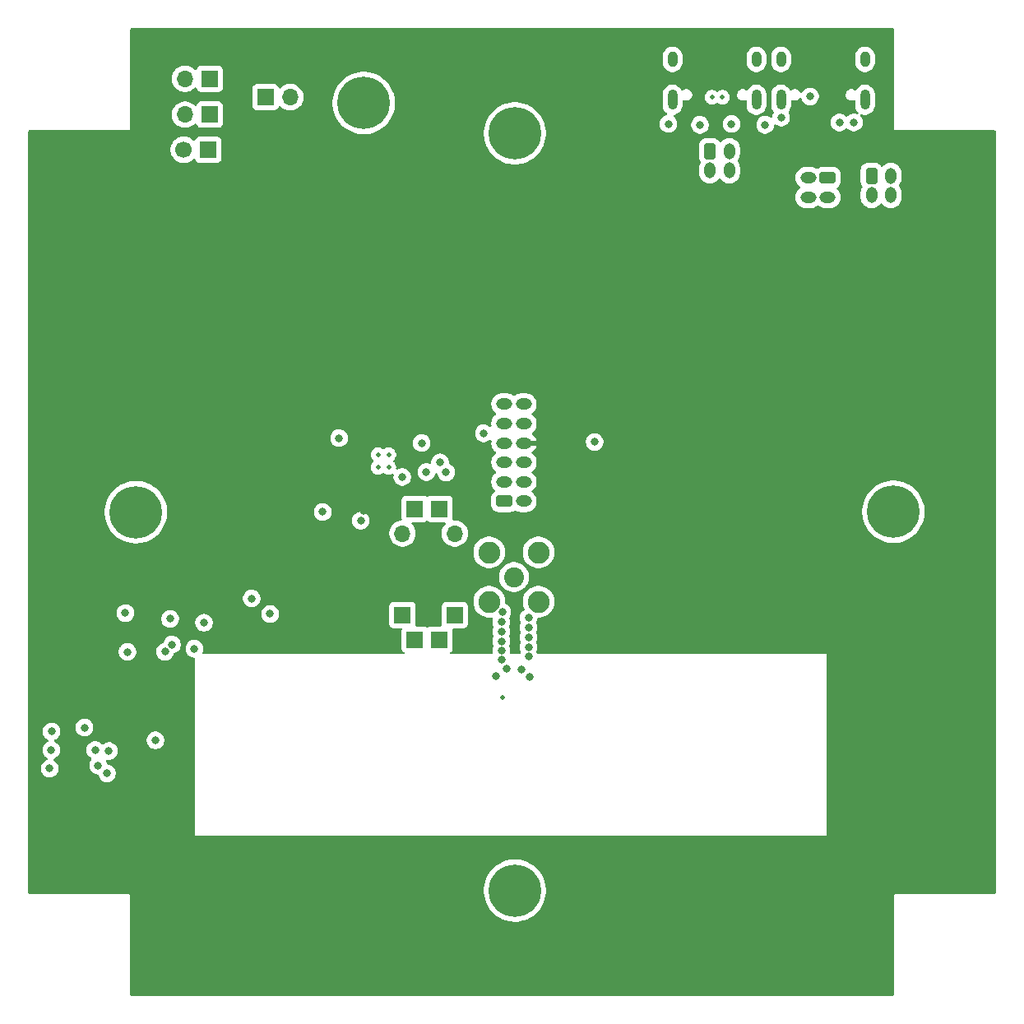
<source format=gbr>
%TF.GenerationSoftware,KiCad,Pcbnew,9.0.3*%
%TF.CreationDate,2025-08-04T00:02:12-07:00*%
%TF.ProjectId,antenna_top_cap_v2b_cygnet_special,616e7465-6e6e-4615-9f74-6f705f636170,rev?*%
%TF.SameCoordinates,Original*%
%TF.FileFunction,Copper,L3,Inr*%
%TF.FilePolarity,Positive*%
%FSLAX46Y46*%
G04 Gerber Fmt 4.6, Leading zero omitted, Abs format (unit mm)*
G04 Created by KiCad (PCBNEW 9.0.3) date 2025-08-04 00:02:12*
%MOMM*%
%LPD*%
G01*
G04 APERTURE LIST*
G04 Aperture macros list*
%AMRoundRect*
0 Rectangle with rounded corners*
0 $1 Rounding radius*
0 $2 $3 $4 $5 $6 $7 $8 $9 X,Y pos of 4 corners*
0 Add a 4 corners polygon primitive as box body*
4,1,4,$2,$3,$4,$5,$6,$7,$8,$9,$2,$3,0*
0 Add four circle primitives for the rounded corners*
1,1,$1+$1,$2,$3*
1,1,$1+$1,$4,$5*
1,1,$1+$1,$6,$7*
1,1,$1+$1,$8,$9*
0 Add four rect primitives between the rounded corners*
20,1,$1+$1,$2,$3,$4,$5,0*
20,1,$1+$1,$4,$5,$6,$7,0*
20,1,$1+$1,$6,$7,$8,$9,0*
20,1,$1+$1,$8,$9,$2,$3,0*%
G04 Aperture macros list end*
%TA.AperFunction,ComponentPad*%
%ADD10O,1.700000X1.700000*%
%TD*%
%TA.AperFunction,ComponentPad*%
%ADD11R,1.700000X1.700000*%
%TD*%
%TA.AperFunction,ComponentPad*%
%ADD12RoundRect,0.250000X-0.350000X-0.575000X0.350000X-0.575000X0.350000X0.575000X-0.350000X0.575000X0*%
%TD*%
%TA.AperFunction,ComponentPad*%
%ADD13O,1.200000X1.650000*%
%TD*%
%TA.AperFunction,ComponentPad*%
%ADD14C,5.400000*%
%TD*%
%TA.AperFunction,ComponentPad*%
%ADD15RoundRect,0.250000X-0.575000X0.350000X-0.575000X-0.350000X0.575000X-0.350000X0.575000X0.350000X0*%
%TD*%
%TA.AperFunction,ComponentPad*%
%ADD16O,1.650000X1.200000*%
%TD*%
%TA.AperFunction,ComponentPad*%
%ADD17RoundRect,0.250000X0.575000X-0.350000X0.575000X0.350000X-0.575000X0.350000X-0.575000X-0.350000X0*%
%TD*%
%TA.AperFunction,ComponentPad*%
%ADD18C,1.700000*%
%TD*%
%TA.AperFunction,ComponentPad*%
%ADD19C,2.050000*%
%TD*%
%TA.AperFunction,ComponentPad*%
%ADD20C,2.250000*%
%TD*%
%TA.AperFunction,HeatsinkPad*%
%ADD21C,0.500000*%
%TD*%
%TA.AperFunction,HeatsinkPad*%
%ADD22O,1.000000X1.600000*%
%TD*%
%TA.AperFunction,HeatsinkPad*%
%ADD23O,1.000000X2.100000*%
%TD*%
%TA.AperFunction,ViaPad*%
%ADD24C,0.800000*%
%TD*%
%TA.AperFunction,ViaPad*%
%ADD25C,0.460000*%
%TD*%
G04 APERTURE END LIST*
D10*
%TO.N,BURN*%
%TO.C,J7*%
X154275800Y-114431900D03*
D11*
X155545800Y-111891900D03*
X158085800Y-111891900D03*
D10*
X159645800Y-114431900D03*
D11*
%TO.N,GND*%
X154275800Y-122811900D03*
X155545800Y-125351900D03*
X158085800Y-125351900D03*
X159645800Y-122811900D03*
%TD*%
%TO.N,~{FC_RESET}*%
%TO.C,J3*%
X134420800Y-67619400D03*
D10*
%TO.N,GND*%
X131880800Y-67619400D03*
%TD*%
D12*
%TO.N,/RBF_High*%
%TO.C,J11*%
X202545800Y-77619400D03*
D13*
%TO.N,/RBF_Low*%
X202545800Y-79619400D03*
%TO.N,/RBF_High*%
X204545800Y-77619400D03*
%TO.N,/RBF_Low*%
X204545800Y-79619400D03*
%TD*%
D14*
%TO.N,unconnected-(TP3-Pad1)*%
%TO.C,TP3*%
X150275800Y-70119400D03*
%TD*%
D15*
%TO.N,Net-(J13-Pin_1)*%
%TO.C,J13*%
X198045800Y-77819400D03*
D16*
%TO.N,GND*%
X196045800Y-77819400D03*
%TO.N,Net-(J13-Pin_1)*%
X198045800Y-79819400D03*
%TO.N,GND*%
X196045800Y-79819400D03*
%TD*%
D17*
%TO.N,GND*%
%TO.C,J1*%
X164745800Y-111119400D03*
D16*
X166745801Y-111119400D03*
%TO.N,WDT_DISABLE*%
X164745800Y-109119399D03*
%TO.N,BURN*%
X166745800Y-109119400D03*
%TO.N,SCL0*%
X164745800Y-107119400D03*
%TO.N,Dir_Chrg_In*%
X166745800Y-107119399D03*
%TO.N,SDA0*%
X164745800Y-105119400D03*
%TO.N,+3V3*%
X166745800Y-105119400D03*
%TO.N,USB_D+*%
X164745800Y-103119400D03*
%TO.N,USB_D-*%
X166745800Y-103119400D03*
%TO.N,FC_USBBOOT*%
X164745800Y-101119400D03*
%TO.N,~{FC_RESET}*%
X166745800Y-101119400D03*
%TD*%
D11*
%TO.N,WDT_DISABLE*%
%TO.C,J10*%
X134285800Y-74919400D03*
D18*
%TO.N,GND*%
X131745800Y-74919400D03*
%TD*%
D14*
%TO.N,unconnected-(TP5-Pad1)*%
%TO.C,TP5*%
X126825800Y-112239400D03*
%TD*%
%TO.N,unconnected-(TP6-Pad1)*%
%TO.C,TP6*%
X165835800Y-73239400D03*
%TD*%
%TO.N,unconnected-(TP1-Pad1)*%
%TO.C,TP1*%
X165835800Y-151189400D03*
%TD*%
%TO.N,unconnected-(TP4-Pad1)*%
%TO.C,TP4*%
X204805800Y-112189400D03*
%TD*%
D19*
%TO.N,Net-(J5-In)*%
%TO.C,J5*%
X165745800Y-118919400D03*
D20*
%TO.N,GND*%
X163205800Y-116379400D03*
X163205800Y-121459400D03*
X168285800Y-116379400D03*
X168285800Y-121459400D03*
%TD*%
D12*
%TO.N,/Payload_D-*%
%TO.C,J9*%
X185895800Y-75069400D03*
D13*
%TO.N,/Payload_VBUS*%
X185895800Y-77069400D03*
%TO.N,/Payload_D+*%
X187895800Y-75069400D03*
%TO.N,GND*%
X187895800Y-77069400D03*
%TD*%
D21*
%TO.N,GND*%
%TO.C,U16*%
X152845800Y-107619400D03*
X152845800Y-106319400D03*
X151745800Y-107619400D03*
X151745800Y-106319400D03*
%TD*%
D11*
%TO.N,FC_USBBOOT*%
%TO.C,J4*%
X134420800Y-71319400D03*
D10*
%TO.N,GND*%
X131880800Y-71319400D03*
%TD*%
D11*
%TO.N,Dir_Chrg_In*%
%TO.C,J2*%
X140170800Y-69519400D03*
D10*
%TO.N,GND*%
X142710800Y-69519400D03*
%TD*%
D22*
%TO.N,GND*%
%TO.C,J12*%
X193245800Y-65619400D03*
D23*
X193245800Y-69799400D03*
D22*
X201885800Y-65619400D03*
D23*
X201885800Y-69799400D03*
%TD*%
D22*
%TO.N,GND*%
%TO.C,J8*%
X182075800Y-65619400D03*
D23*
X182075800Y-69799400D03*
D22*
X190715800Y-65619400D03*
D23*
X190715800Y-69799400D03*
%TD*%
D24*
%TO.N,GND*%
X200745800Y-72119400D03*
X138745800Y-121119400D03*
X193245800Y-71619400D03*
X167245800Y-127119400D03*
X167245800Y-123119400D03*
X191595800Y-72369400D03*
X130347958Y-123222637D03*
X156245800Y-105119400D03*
X167245800Y-126119400D03*
X128845800Y-135719400D03*
X164445800Y-125519400D03*
X167245800Y-124119400D03*
X167395800Y-129169400D03*
X147745800Y-104619400D03*
X164445800Y-123519400D03*
X117945800Y-138629545D03*
X174045800Y-105019400D03*
X164445800Y-124519400D03*
X164545800Y-122519400D03*
X163895800Y-129119400D03*
D25*
X164557800Y-131307400D03*
D24*
X164445800Y-126519400D03*
X167245800Y-125119400D03*
X146045800Y-112219400D03*
X164445800Y-127419400D03*
X140645800Y-122719400D03*
X118145800Y-134819400D03*
X181645800Y-72269400D03*
X164971175Y-128319400D03*
X166545800Y-128419400D03*
X149970800Y-113119400D03*
%TO.N,+3V3*%
X146245800Y-106619400D03*
X140345800Y-124619400D03*
X150245800Y-112119400D03*
%TO.N,2.8V*%
X124045800Y-136819400D03*
X125945800Y-126619400D03*
X118106730Y-136731536D03*
X125745800Y-122619400D03*
X133845800Y-123619400D03*
X129820800Y-126607053D03*
%TO.N,/SCL_3V*%
X122945800Y-138304400D03*
%TO.N,/GPIO*%
X121535800Y-134409400D03*
%TO.N,/XSHUT_2.8V*%
X122625802Y-136719400D03*
%TO.N,/SDA_3V*%
X123845800Y-139119400D03*
%TO.N,SDA0*%
X158145800Y-107119400D03*
X154245800Y-108619400D03*
X132845800Y-126291732D03*
X130545800Y-125867037D03*
%TO.N,SCL0*%
X158758453Y-108132053D03*
X156733147Y-108106747D03*
%TO.N,Net-(J12-CC2)*%
X199245800Y-72119400D03*
%TO.N,Net-(J12-CC1)*%
X196229798Y-69447585D03*
%TO.N,Net-(J8-CC1)*%
X184895800Y-72369400D03*
%TO.N,Net-(J8-CC2)*%
X188145800Y-72269400D03*
D25*
%TO.N,/Payload_D+*%
X187206800Y-69519400D03*
X186145800Y-69519400D03*
D24*
%TO.N,WDT_DISABLE*%
X162645800Y-104119400D03*
%TD*%
%TA.AperFunction,Conductor*%
%TO.N,+3V3*%
G36*
X140597395Y-62419907D02*
G01*
X140598454Y-62419906D01*
X140598457Y-62419908D01*
X151844973Y-62417700D01*
X204719700Y-62417700D01*
X204787821Y-62437702D01*
X204834314Y-62491358D01*
X204845700Y-62543700D01*
X204845700Y-72757082D01*
X204876223Y-72830773D01*
X204876226Y-72830777D01*
X204932622Y-72887173D01*
X204932626Y-72887176D01*
X205006318Y-72917700D01*
X215219700Y-72917700D01*
X215287821Y-72937702D01*
X215334314Y-72991358D01*
X215345700Y-73043700D01*
X215345700Y-151390700D01*
X215325698Y-151458821D01*
X215272042Y-151505314D01*
X215219700Y-151516700D01*
X205006318Y-151516700D01*
X204932626Y-151547223D01*
X204932622Y-151547226D01*
X204876226Y-151603622D01*
X204876223Y-151603626D01*
X204845700Y-151677317D01*
X204845700Y-161890700D01*
X204825698Y-161958821D01*
X204772042Y-162005314D01*
X204719700Y-162016700D01*
X126372700Y-162016700D01*
X126304579Y-161996698D01*
X126258086Y-161943042D01*
X126246700Y-161890700D01*
X126246700Y-151677317D01*
X126216176Y-151603626D01*
X126216173Y-151603622D01*
X126159777Y-151547226D01*
X126159773Y-151547223D01*
X126086082Y-151516700D01*
X115872700Y-151516700D01*
X115804579Y-151496698D01*
X115758086Y-151443042D01*
X115746700Y-151390700D01*
X115746700Y-151009212D01*
X162627300Y-151009212D01*
X162627300Y-151369587D01*
X162667648Y-151727694D01*
X162674356Y-151757082D01*
X162747838Y-152079026D01*
X162747840Y-152079032D01*
X162747839Y-152079032D01*
X162866854Y-152419157D01*
X162866862Y-152419177D01*
X163023222Y-152743860D01*
X163023223Y-152743863D01*
X163214943Y-153048984D01*
X163214947Y-153048991D01*
X163439639Y-153330745D01*
X163694454Y-153585560D01*
X163976208Y-153810252D01*
X163976215Y-153810256D01*
X164281336Y-154001976D01*
X164281338Y-154001976D01*
X164281342Y-154001979D01*
X164606025Y-154158339D01*
X164606040Y-154158344D01*
X164606042Y-154158345D01*
X164946167Y-154277360D01*
X164946170Y-154277360D01*
X164946174Y-154277362D01*
X165297505Y-154357551D01*
X165297506Y-154357551D01*
X165297509Y-154357552D01*
X165508707Y-154381347D01*
X165655612Y-154397900D01*
X165655614Y-154397900D01*
X166015988Y-154397900D01*
X166106930Y-154387653D01*
X166374091Y-154357552D01*
X166725426Y-154277362D01*
X167065575Y-154158339D01*
X167390258Y-154001979D01*
X167695393Y-153810251D01*
X167977142Y-153585563D01*
X168231963Y-153330742D01*
X168456651Y-153048993D01*
X168648379Y-152743858D01*
X168804739Y-152419175D01*
X168923762Y-152079026D01*
X169003952Y-151727691D01*
X169044300Y-151369586D01*
X169044300Y-151009214D01*
X169003952Y-150651109D01*
X168923762Y-150299774D01*
X168804739Y-149959625D01*
X168648379Y-149634942D01*
X168648376Y-149634938D01*
X168648376Y-149634936D01*
X168456656Y-149329815D01*
X168456652Y-149329808D01*
X168231960Y-149048054D01*
X167977145Y-148793239D01*
X167695391Y-148568547D01*
X167695384Y-148568543D01*
X167390263Y-148376823D01*
X167390260Y-148376822D01*
X167065577Y-148220462D01*
X167065557Y-148220454D01*
X166725432Y-148101439D01*
X166374093Y-148021248D01*
X166374096Y-148021248D01*
X166015988Y-147980900D01*
X166015986Y-147980900D01*
X165655614Y-147980900D01*
X165655612Y-147980900D01*
X165297505Y-148021248D01*
X164946167Y-148101439D01*
X164606042Y-148220454D01*
X164606022Y-148220462D01*
X164281339Y-148376822D01*
X164281336Y-148376823D01*
X163976215Y-148568543D01*
X163976208Y-148568547D01*
X163694454Y-148793239D01*
X163439639Y-149048054D01*
X163214947Y-149329808D01*
X163214943Y-149329815D01*
X163023223Y-149634936D01*
X163023222Y-149634939D01*
X162866862Y-149959622D01*
X162866854Y-149959642D01*
X162747839Y-150299767D01*
X162667648Y-150651105D01*
X162627300Y-151009212D01*
X115746700Y-151009212D01*
X115746700Y-138540063D01*
X117037300Y-138540063D01*
X117037300Y-138540066D01*
X117037300Y-138719024D01*
X117072213Y-138894545D01*
X117140698Y-139059881D01*
X117240122Y-139208680D01*
X117366665Y-139335223D01*
X117515464Y-139434647D01*
X117680800Y-139503132D01*
X117856321Y-139538045D01*
X117856322Y-139538045D01*
X118035278Y-139538045D01*
X118035279Y-139538045D01*
X118210800Y-139503132D01*
X118376136Y-139434647D01*
X118524935Y-139335223D01*
X118651478Y-139208680D01*
X118750902Y-139059881D01*
X118819387Y-138894545D01*
X118854300Y-138719024D01*
X118854300Y-138540066D01*
X118819387Y-138364545D01*
X118750902Y-138199209D01*
X118651478Y-138050410D01*
X118524935Y-137923867D01*
X118376136Y-137824443D01*
X118376135Y-137824442D01*
X118370989Y-137821004D01*
X118371973Y-137819529D01*
X118327332Y-137775668D01*
X118311630Y-137706430D01*
X118335853Y-137639694D01*
X118389165Y-137597901D01*
X118537066Y-137536638D01*
X118685865Y-137437214D01*
X118812408Y-137310671D01*
X118911832Y-137161872D01*
X118980317Y-136996536D01*
X119015230Y-136821015D01*
X119015230Y-136642057D01*
X119012815Y-136629918D01*
X121717302Y-136629918D01*
X121717302Y-136808881D01*
X121719716Y-136821015D01*
X121752215Y-136984400D01*
X121820700Y-137149736D01*
X121920124Y-137298535D01*
X122046667Y-137425078D01*
X122195466Y-137524502D01*
X122200927Y-137527421D01*
X122200274Y-137528641D01*
X122250073Y-137568766D01*
X122272497Y-137636128D01*
X122254944Y-137704920D01*
X122243980Y-137720564D01*
X122240120Y-137725267D01*
X122140699Y-137874062D01*
X122072214Y-138039396D01*
X122037300Y-138214918D01*
X122037300Y-138214921D01*
X122037300Y-138393879D01*
X122072213Y-138569400D01*
X122140698Y-138734736D01*
X122240122Y-138883535D01*
X122366665Y-139010078D01*
X122515464Y-139109502D01*
X122652428Y-139166235D01*
X122680797Y-139177986D01*
X122680798Y-139177986D01*
X122680800Y-139177987D01*
X122856321Y-139212900D01*
X122858895Y-139213412D01*
X122921805Y-139246320D01*
X122956937Y-139308015D01*
X122957893Y-139312409D01*
X122972213Y-139384400D01*
X123040698Y-139549736D01*
X123140122Y-139698535D01*
X123266665Y-139825078D01*
X123415464Y-139924502D01*
X123580800Y-139992987D01*
X123756321Y-140027900D01*
X123756322Y-140027900D01*
X123935278Y-140027900D01*
X123935279Y-140027900D01*
X124110800Y-139992987D01*
X124276136Y-139924502D01*
X124424935Y-139825078D01*
X124551478Y-139698535D01*
X124650902Y-139549736D01*
X124719387Y-139384400D01*
X124754300Y-139208879D01*
X124754300Y-139029921D01*
X124719387Y-138854400D01*
X124650902Y-138689064D01*
X124551478Y-138540265D01*
X124424935Y-138413722D01*
X124276136Y-138314298D01*
X124110800Y-138245813D01*
X124022042Y-138228158D01*
X123932703Y-138210387D01*
X123869794Y-138177479D01*
X123834662Y-138115784D01*
X123833706Y-138111389D01*
X123819387Y-138039400D01*
X123819385Y-138039397D01*
X123819385Y-138039393D01*
X123756688Y-137888033D01*
X123749098Y-137817444D01*
X123780876Y-137753956D01*
X123841934Y-137717728D01*
X123897676Y-137716235D01*
X123956321Y-137727900D01*
X123956322Y-137727900D01*
X124135278Y-137727900D01*
X124135279Y-137727900D01*
X124310800Y-137692987D01*
X124476136Y-137624502D01*
X124624935Y-137525078D01*
X124751478Y-137398535D01*
X124850902Y-137249736D01*
X124919387Y-137084400D01*
X124954300Y-136908879D01*
X124954300Y-136729921D01*
X124919387Y-136554400D01*
X124850902Y-136389064D01*
X124751478Y-136240265D01*
X124624935Y-136113722D01*
X124476136Y-136014298D01*
X124359229Y-135965873D01*
X124310803Y-135945814D01*
X124310801Y-135945813D01*
X124310800Y-135945813D01*
X124222445Y-135928238D01*
X124135281Y-135910900D01*
X124135279Y-135910900D01*
X123956321Y-135910900D01*
X123956318Y-135910900D01*
X123825571Y-135936907D01*
X123780800Y-135945813D01*
X123780799Y-135945813D01*
X123780796Y-135945814D01*
X123687636Y-135984403D01*
X123616860Y-136013720D01*
X123615462Y-136014299D01*
X123466654Y-136113729D01*
X123466092Y-136114191D01*
X123465740Y-136114340D01*
X123461519Y-136117161D01*
X123460983Y-136116359D01*
X123400739Y-136141930D01*
X123330763Y-136129933D01*
X123297085Y-136105870D01*
X123204937Y-136013722D01*
X123056138Y-135914298D01*
X122920101Y-135857949D01*
X122890805Y-135845814D01*
X122890803Y-135845813D01*
X122890802Y-135845813D01*
X122802447Y-135828238D01*
X122715283Y-135810900D01*
X122715281Y-135810900D01*
X122536323Y-135810900D01*
X122536320Y-135810900D01*
X122431899Y-135831671D01*
X122360802Y-135845813D01*
X122360801Y-135845813D01*
X122360798Y-135845814D01*
X122230064Y-135899967D01*
X122203670Y-135910900D01*
X122195464Y-135914299D01*
X122046671Y-136013719D01*
X122046664Y-136013724D01*
X121920126Y-136140262D01*
X121920121Y-136140269D01*
X121820701Y-136289062D01*
X121752216Y-136454396D01*
X121717302Y-136629918D01*
X119012815Y-136629918D01*
X118980317Y-136466536D01*
X118911832Y-136301200D01*
X118812408Y-136152401D01*
X118685865Y-136025858D01*
X118610460Y-135975474D01*
X118537065Y-135926433D01*
X118473172Y-135899967D01*
X118417892Y-135855418D01*
X118395472Y-135788054D01*
X118413031Y-135719263D01*
X118464994Y-135670886D01*
X118473159Y-135667156D01*
X118563060Y-135629918D01*
X127937300Y-135629918D01*
X127937300Y-135808881D01*
X127972214Y-135984403D01*
X127984597Y-136014298D01*
X128040698Y-136149736D01*
X128140122Y-136298535D01*
X128266665Y-136425078D01*
X128415464Y-136524502D01*
X128580800Y-136592987D01*
X128756321Y-136627900D01*
X128756322Y-136627900D01*
X128935278Y-136627900D01*
X128935279Y-136627900D01*
X129110800Y-136592987D01*
X129276136Y-136524502D01*
X129424935Y-136425078D01*
X129551478Y-136298535D01*
X129650902Y-136149736D01*
X129719387Y-135984400D01*
X129754300Y-135808879D01*
X129754300Y-135629921D01*
X129719387Y-135454400D01*
X129650902Y-135289064D01*
X129551478Y-135140265D01*
X129424935Y-135013722D01*
X129276136Y-134914298D01*
X129159229Y-134865873D01*
X129110803Y-134845814D01*
X129110801Y-134845813D01*
X129110800Y-134845813D01*
X129022445Y-134828238D01*
X128935281Y-134810900D01*
X128935279Y-134810900D01*
X128756321Y-134810900D01*
X128756318Y-134810900D01*
X128625571Y-134836907D01*
X128580800Y-134845813D01*
X128580799Y-134845813D01*
X128580796Y-134845814D01*
X128449702Y-134900116D01*
X128428552Y-134908877D01*
X128415462Y-134914299D01*
X128266669Y-135013719D01*
X128266662Y-135013724D01*
X128140124Y-135140262D01*
X128140119Y-135140269D01*
X128040699Y-135289062D01*
X127972214Y-135454396D01*
X127937300Y-135629918D01*
X118563060Y-135629918D01*
X118576136Y-135624502D01*
X118724935Y-135525078D01*
X118851478Y-135398535D01*
X118950902Y-135249736D01*
X119019387Y-135084400D01*
X119054300Y-134908879D01*
X119054300Y-134729921D01*
X119019387Y-134554400D01*
X118950902Y-134389064D01*
X118904700Y-134319918D01*
X120627300Y-134319918D01*
X120627300Y-134319921D01*
X120627300Y-134498879D01*
X120662213Y-134674400D01*
X120730698Y-134839736D01*
X120830122Y-134988535D01*
X120956665Y-135115078D01*
X121105464Y-135214502D01*
X121270800Y-135282987D01*
X121446321Y-135317900D01*
X121446322Y-135317900D01*
X121625278Y-135317900D01*
X121625279Y-135317900D01*
X121800800Y-135282987D01*
X121966136Y-135214502D01*
X122114935Y-135115078D01*
X122241478Y-134988535D01*
X122340902Y-134839736D01*
X122409387Y-134674400D01*
X122444300Y-134498879D01*
X122444300Y-134319921D01*
X122409387Y-134144400D01*
X122340902Y-133979064D01*
X122241478Y-133830265D01*
X122114935Y-133703722D01*
X121966136Y-133604298D01*
X121849229Y-133555873D01*
X121800803Y-133535814D01*
X121800801Y-133535813D01*
X121800800Y-133535813D01*
X121712445Y-133518238D01*
X121625281Y-133500900D01*
X121625279Y-133500900D01*
X121446321Y-133500900D01*
X121446318Y-133500900D01*
X121315571Y-133526907D01*
X121270800Y-133535813D01*
X121270799Y-133535813D01*
X121270796Y-133535814D01*
X121105462Y-133604299D01*
X120956669Y-133703719D01*
X120956662Y-133703724D01*
X120830124Y-133830262D01*
X120830119Y-133830269D01*
X120730699Y-133979062D01*
X120662214Y-134144396D01*
X120627300Y-134319918D01*
X118904700Y-134319918D01*
X118851478Y-134240265D01*
X118724935Y-134113722D01*
X118576136Y-134014298D01*
X118459229Y-133965873D01*
X118410803Y-133945814D01*
X118410801Y-133945813D01*
X118410800Y-133945813D01*
X118322445Y-133928238D01*
X118235281Y-133910900D01*
X118235279Y-133910900D01*
X118056321Y-133910900D01*
X118056318Y-133910900D01*
X117925571Y-133936907D01*
X117880800Y-133945813D01*
X117880799Y-133945813D01*
X117880796Y-133945814D01*
X117715462Y-134014299D01*
X117566669Y-134113719D01*
X117566662Y-134113724D01*
X117440124Y-134240262D01*
X117440119Y-134240269D01*
X117340699Y-134389062D01*
X117272214Y-134554396D01*
X117237300Y-134729918D01*
X117237300Y-134729921D01*
X117237300Y-134908879D01*
X117272213Y-135084400D01*
X117340698Y-135249736D01*
X117440122Y-135398535D01*
X117566665Y-135525078D01*
X117715463Y-135624501D01*
X117715464Y-135624502D01*
X117715468Y-135624504D01*
X117779356Y-135650968D01*
X117834637Y-135695516D01*
X117857057Y-135762880D01*
X117839498Y-135831671D01*
X117787536Y-135880049D01*
X117779356Y-135883784D01*
X117676399Y-135926431D01*
X117676394Y-135926433D01*
X117527599Y-136025855D01*
X117527592Y-136025860D01*
X117401054Y-136152398D01*
X117401049Y-136152405D01*
X117301629Y-136301198D01*
X117233144Y-136466532D01*
X117198230Y-136642054D01*
X117198230Y-136642057D01*
X117198230Y-136821015D01*
X117233143Y-136996536D01*
X117301628Y-137161872D01*
X117401052Y-137310671D01*
X117527595Y-137437214D01*
X117620511Y-137499298D01*
X117681541Y-137540077D01*
X117680554Y-137541553D01*
X117725190Y-137585400D01*
X117740900Y-137654637D01*
X117716684Y-137721376D01*
X117663365Y-137763178D01*
X117515469Y-137824440D01*
X117515464Y-137824442D01*
X117366669Y-137923864D01*
X117366662Y-137923869D01*
X117240124Y-138050407D01*
X117240119Y-138050414D01*
X117196441Y-138115784D01*
X117140698Y-138199209D01*
X117134191Y-138214918D01*
X117072214Y-138364541D01*
X117037300Y-138540063D01*
X115746700Y-138540063D01*
X115746700Y-126529918D01*
X125037300Y-126529918D01*
X125037300Y-126708881D01*
X125047333Y-126759319D01*
X125072213Y-126884400D01*
X125140698Y-127049736D01*
X125240122Y-127198535D01*
X125366665Y-127325078D01*
X125515464Y-127424502D01*
X125680800Y-127492987D01*
X125856321Y-127527900D01*
X125856322Y-127527900D01*
X126035278Y-127527900D01*
X126035279Y-127527900D01*
X126210800Y-127492987D01*
X126376136Y-127424502D01*
X126524935Y-127325078D01*
X126651478Y-127198535D01*
X126750902Y-127049736D01*
X126819387Y-126884400D01*
X126854300Y-126708879D01*
X126854300Y-126529921D01*
X126854299Y-126529919D01*
X126854299Y-126529914D01*
X126851844Y-126517571D01*
X128912300Y-126517571D01*
X128912300Y-126696534D01*
X128921071Y-126740626D01*
X128946977Y-126870869D01*
X128947214Y-126872056D01*
X128967273Y-126920482D01*
X129015698Y-127037389D01*
X129115122Y-127186188D01*
X129241665Y-127312731D01*
X129390464Y-127412155D01*
X129555800Y-127480640D01*
X129731321Y-127515553D01*
X129731322Y-127515553D01*
X129910278Y-127515553D01*
X129910279Y-127515553D01*
X130085800Y-127480640D01*
X130251136Y-127412155D01*
X130399935Y-127312731D01*
X130526478Y-127186188D01*
X130625902Y-127037389D01*
X130694387Y-126872053D01*
X130694388Y-126872047D01*
X130694389Y-126872047D01*
X130700386Y-126841895D01*
X130733292Y-126778985D01*
X130794986Y-126743852D01*
X130799386Y-126742895D01*
X130810794Y-126740626D01*
X130810794Y-126740625D01*
X130810800Y-126740624D01*
X130976136Y-126672139D01*
X131124935Y-126572715D01*
X131251478Y-126446172D01*
X131350902Y-126297373D01*
X131390304Y-126202250D01*
X131937300Y-126202250D01*
X131937300Y-126202253D01*
X131937300Y-126381211D01*
X131972213Y-126556732D01*
X132040698Y-126722068D01*
X132140122Y-126870867D01*
X132266665Y-126997410D01*
X132415464Y-127096834D01*
X132580800Y-127165319D01*
X132756321Y-127200232D01*
X132759800Y-127200232D01*
X132761554Y-127200747D01*
X132762477Y-127200838D01*
X132762459Y-127201012D01*
X132827921Y-127220234D01*
X132874414Y-127273890D01*
X132885800Y-127326232D01*
X132885800Y-145539400D01*
X197915800Y-145539400D01*
X197915800Y-126869400D01*
X168209790Y-126869400D01*
X168191322Y-126863977D01*
X168172077Y-126863624D01*
X168157962Y-126854182D01*
X168141669Y-126849398D01*
X168129063Y-126834850D01*
X168113066Y-126824149D01*
X168097498Y-126798421D01*
X168095176Y-126795742D01*
X168094234Y-126793628D01*
X168093812Y-126792659D01*
X168050902Y-126689064D01*
X168044841Y-126679994D01*
X168040336Y-126669628D01*
X168037277Y-126645177D01*
X168029912Y-126621662D01*
X168032950Y-126610580D01*
X168031525Y-126599180D01*
X168042170Y-126576959D01*
X168048119Y-126555265D01*
X168047985Y-126555193D01*
X168048302Y-126554599D01*
X168048688Y-126553193D01*
X168050863Y-126549807D01*
X168050900Y-126549739D01*
X168050900Y-126549738D01*
X168050902Y-126549736D01*
X168119387Y-126384400D01*
X168154300Y-126208879D01*
X168154300Y-126029921D01*
X168119387Y-125854400D01*
X168050902Y-125689064D01*
X168050901Y-125689062D01*
X168050900Y-125689060D01*
X168047985Y-125683607D01*
X168049124Y-125682997D01*
X168029912Y-125621662D01*
X168048119Y-125555265D01*
X168047985Y-125555193D01*
X168048302Y-125554599D01*
X168048688Y-125553193D01*
X168050863Y-125549807D01*
X168050900Y-125549739D01*
X168050900Y-125549738D01*
X168050902Y-125549736D01*
X168119387Y-125384400D01*
X168154300Y-125208879D01*
X168154300Y-125029921D01*
X168119387Y-124854400D01*
X168050902Y-124689064D01*
X168050901Y-124689062D01*
X168050900Y-124689060D01*
X168047985Y-124683607D01*
X168049124Y-124682997D01*
X168029912Y-124621662D01*
X168048119Y-124555265D01*
X168047985Y-124555193D01*
X168048302Y-124554599D01*
X168048688Y-124553193D01*
X168050863Y-124549807D01*
X168050900Y-124549739D01*
X168050900Y-124549738D01*
X168050902Y-124549736D01*
X168119387Y-124384400D01*
X168154300Y-124208879D01*
X168154300Y-124029921D01*
X168119387Y-123854400D01*
X168050902Y-123689064D01*
X168050901Y-123689062D01*
X168050900Y-123689060D01*
X168047985Y-123683607D01*
X168049124Y-123682997D01*
X168029912Y-123621662D01*
X168048119Y-123555265D01*
X168047985Y-123555193D01*
X168048302Y-123554599D01*
X168048688Y-123553193D01*
X168050863Y-123549807D01*
X168050900Y-123549739D01*
X168050900Y-123549738D01*
X168050902Y-123549736D01*
X168119387Y-123384400D01*
X168154300Y-123208879D01*
X168154300Y-123208878D01*
X168154301Y-123208873D01*
X168154530Y-123206551D01*
X168154989Y-123205412D01*
X168155508Y-123202807D01*
X168156002Y-123202905D01*
X168181112Y-123140719D01*
X168239066Y-123099708D01*
X168279923Y-123092900D01*
X168414356Y-123092900D01*
X168414359Y-123092900D01*
X168668312Y-123052678D01*
X168912846Y-122973224D01*
X169141941Y-122856494D01*
X169349954Y-122705364D01*
X169531764Y-122523554D01*
X169682894Y-122315541D01*
X169799624Y-122086446D01*
X169879078Y-121841912D01*
X169919300Y-121587959D01*
X169919300Y-121330841D01*
X169879078Y-121076888D01*
X169799624Y-120832354D01*
X169682894Y-120603259D01*
X169531764Y-120395246D01*
X169531761Y-120395243D01*
X169531759Y-120395240D01*
X169349959Y-120213440D01*
X169349956Y-120213438D01*
X169349954Y-120213436D01*
X169141941Y-120062306D01*
X168912846Y-119945576D01*
X168912843Y-119945575D01*
X168912841Y-119945574D01*
X168668317Y-119866123D01*
X168668313Y-119866122D01*
X168668312Y-119866122D01*
X168414359Y-119825900D01*
X168157241Y-119825900D01*
X167903288Y-119866122D01*
X167903282Y-119866123D01*
X167658758Y-119945574D01*
X167658752Y-119945577D01*
X167429655Y-120062308D01*
X167221643Y-120213438D01*
X167221640Y-120213440D01*
X167039840Y-120395240D01*
X167039838Y-120395243D01*
X166888708Y-120603255D01*
X166771977Y-120832352D01*
X166771974Y-120832358D01*
X166692523Y-121076882D01*
X166692522Y-121076887D01*
X166692522Y-121076888D01*
X166652300Y-121330841D01*
X166652300Y-121587959D01*
X166689856Y-121825078D01*
X166692523Y-121841917D01*
X166771974Y-122086441D01*
X166771979Y-122086453D01*
X166818799Y-122178342D01*
X166831903Y-122248118D01*
X166805203Y-122313903D01*
X166776534Y-122340309D01*
X166666669Y-122413718D01*
X166666662Y-122413724D01*
X166540124Y-122540262D01*
X166540119Y-122540269D01*
X166471139Y-122643506D01*
X166440698Y-122689064D01*
X166431653Y-122710900D01*
X166372214Y-122854396D01*
X166372213Y-122854399D01*
X166372213Y-122854400D01*
X166366246Y-122884400D01*
X166337300Y-123029918D01*
X166337300Y-123208881D01*
X166372214Y-123384403D01*
X166389063Y-123425080D01*
X166440698Y-123549736D01*
X166440699Y-123549738D01*
X166440701Y-123549742D01*
X166443616Y-123555196D01*
X166442481Y-123555802D01*
X166461686Y-123617168D01*
X166443471Y-123683526D01*
X166443616Y-123683604D01*
X166443276Y-123684239D01*
X166442894Y-123685632D01*
X166440740Y-123688984D01*
X166440701Y-123689057D01*
X166372214Y-123854396D01*
X166337300Y-124029918D01*
X166337300Y-124208881D01*
X166346612Y-124255696D01*
X166363467Y-124340433D01*
X166372214Y-124384403D01*
X166375652Y-124392703D01*
X166440698Y-124549736D01*
X166440699Y-124549738D01*
X166440701Y-124549742D01*
X166443616Y-124555196D01*
X166442481Y-124555802D01*
X166461686Y-124617168D01*
X166443471Y-124683526D01*
X166443616Y-124683604D01*
X166443276Y-124684239D01*
X166442894Y-124685632D01*
X166440740Y-124688984D01*
X166440701Y-124689057D01*
X166372214Y-124854396D01*
X166337300Y-125029918D01*
X166337300Y-125208881D01*
X166353019Y-125287906D01*
X166372213Y-125384400D01*
X166440698Y-125549736D01*
X166440699Y-125549738D01*
X166440701Y-125549742D01*
X166443616Y-125555196D01*
X166442481Y-125555802D01*
X166461686Y-125617168D01*
X166443471Y-125683526D01*
X166443616Y-125683604D01*
X166443276Y-125684239D01*
X166442894Y-125685632D01*
X166440740Y-125688984D01*
X166440701Y-125689057D01*
X166372214Y-125854396D01*
X166372213Y-125854399D01*
X166372213Y-125854400D01*
X166363307Y-125899171D01*
X166337300Y-126029918D01*
X166337300Y-126208881D01*
X166354638Y-126296045D01*
X166372213Y-126384400D01*
X166440698Y-126549736D01*
X166440699Y-126549738D01*
X166440701Y-126549742D01*
X166443616Y-126555196D01*
X166442481Y-126555802D01*
X166461686Y-126617168D01*
X166451263Y-126669626D01*
X166446753Y-126680001D01*
X166440698Y-126689064D01*
X166397784Y-126792665D01*
X166397367Y-126793626D01*
X166375287Y-126820074D01*
X166353671Y-126846899D01*
X166352595Y-126847257D01*
X166351868Y-126848128D01*
X166318982Y-126858444D01*
X166286307Y-126869320D01*
X166284195Y-126869357D01*
X166284127Y-126869379D01*
X166284057Y-126869360D01*
X166281810Y-126869400D01*
X165456011Y-126869400D01*
X165387890Y-126849398D01*
X165341397Y-126795742D01*
X165331293Y-126725468D01*
X165332432Y-126718819D01*
X165354299Y-126608884D01*
X165354300Y-126608877D01*
X165354300Y-126429922D01*
X165354299Y-126429918D01*
X165319387Y-126254400D01*
X165250902Y-126089064D01*
X165250901Y-126089062D01*
X165250900Y-126089060D01*
X165247985Y-126083607D01*
X165249124Y-126082997D01*
X165229912Y-126021662D01*
X165248119Y-125955265D01*
X165247985Y-125955193D01*
X165248302Y-125954599D01*
X165248688Y-125953193D01*
X165250863Y-125949807D01*
X165250900Y-125949739D01*
X165250900Y-125949738D01*
X165250902Y-125949736D01*
X165319387Y-125784400D01*
X165354300Y-125608879D01*
X165354300Y-125429921D01*
X165319387Y-125254400D01*
X165250902Y-125089064D01*
X165250901Y-125089062D01*
X165250900Y-125089060D01*
X165247985Y-125083607D01*
X165249124Y-125082997D01*
X165229912Y-125021662D01*
X165248119Y-124955265D01*
X165247985Y-124955193D01*
X165248302Y-124954599D01*
X165248688Y-124953193D01*
X165250863Y-124949807D01*
X165250900Y-124949739D01*
X165250900Y-124949738D01*
X165250902Y-124949736D01*
X165319387Y-124784400D01*
X165354300Y-124608879D01*
X165354300Y-124429921D01*
X165319387Y-124254400D01*
X165250902Y-124089064D01*
X165250901Y-124089062D01*
X165250900Y-124089060D01*
X165247985Y-124083607D01*
X165249124Y-124082997D01*
X165229912Y-124021662D01*
X165248119Y-123955265D01*
X165247985Y-123955193D01*
X165248302Y-123954599D01*
X165248688Y-123953193D01*
X165250863Y-123949807D01*
X165250900Y-123949739D01*
X165250900Y-123949738D01*
X165250902Y-123949736D01*
X165319387Y-123784400D01*
X165354300Y-123608879D01*
X165354300Y-123429921D01*
X165319387Y-123254400D01*
X165279317Y-123157663D01*
X165271728Y-123087074D01*
X165290961Y-123039443D01*
X165350902Y-122949736D01*
X165419387Y-122784400D01*
X165454300Y-122608879D01*
X165454300Y-122429921D01*
X165419387Y-122254400D01*
X165350902Y-122089064D01*
X165251478Y-121940265D01*
X165124935Y-121813722D01*
X164976136Y-121714298D01*
X164967933Y-121710900D01*
X164917080Y-121689835D01*
X164861800Y-121645286D01*
X164839380Y-121577922D01*
X164839300Y-121573427D01*
X164839300Y-121330844D01*
X164839300Y-121330841D01*
X164799078Y-121076888D01*
X164719624Y-120832354D01*
X164602894Y-120603259D01*
X164451764Y-120395246D01*
X164451761Y-120395243D01*
X164451759Y-120395240D01*
X164269959Y-120213440D01*
X164269956Y-120213438D01*
X164269954Y-120213436D01*
X164061941Y-120062306D01*
X163832846Y-119945576D01*
X163832843Y-119945575D01*
X163832841Y-119945574D01*
X163588317Y-119866123D01*
X163588313Y-119866122D01*
X163588312Y-119866122D01*
X163334359Y-119825900D01*
X163077241Y-119825900D01*
X162823288Y-119866122D01*
X162823282Y-119866123D01*
X162578758Y-119945574D01*
X162578752Y-119945577D01*
X162349655Y-120062308D01*
X162141643Y-120213438D01*
X162141640Y-120213440D01*
X161959840Y-120395240D01*
X161959838Y-120395243D01*
X161808708Y-120603255D01*
X161691977Y-120832352D01*
X161691974Y-120832358D01*
X161612523Y-121076882D01*
X161612522Y-121076887D01*
X161612522Y-121076888D01*
X161572300Y-121330841D01*
X161572300Y-121587959D01*
X161609856Y-121825078D01*
X161612523Y-121841917D01*
X161676972Y-122040269D01*
X161691976Y-122086446D01*
X161808706Y-122315541D01*
X161959836Y-122523554D01*
X161959838Y-122523556D01*
X161959840Y-122523559D01*
X162141640Y-122705359D01*
X162141643Y-122705361D01*
X162141646Y-122705364D01*
X162349659Y-122856494D01*
X162578754Y-122973224D01*
X162823288Y-123052678D01*
X163077241Y-123092900D01*
X163077244Y-123092900D01*
X163334356Y-123092900D01*
X163334359Y-123092900D01*
X163438287Y-123076439D01*
X163508696Y-123085539D01*
X163563010Y-123131260D01*
X163583983Y-123199089D01*
X163574406Y-123249103D01*
X163572214Y-123254392D01*
X163537300Y-123429918D01*
X163537300Y-123608881D01*
X163541083Y-123627899D01*
X163569568Y-123771104D01*
X163572214Y-123784403D01*
X163588354Y-123823367D01*
X163640698Y-123949736D01*
X163640699Y-123949738D01*
X163640701Y-123949742D01*
X163643616Y-123955196D01*
X163642481Y-123955802D01*
X163661686Y-124017168D01*
X163643471Y-124083526D01*
X163643616Y-124083604D01*
X163643276Y-124084239D01*
X163642894Y-124085632D01*
X163640740Y-124088984D01*
X163640701Y-124089057D01*
X163572214Y-124254396D01*
X163537300Y-124429918D01*
X163537300Y-124608881D01*
X163552043Y-124682997D01*
X163572213Y-124784400D01*
X163640698Y-124949736D01*
X163640699Y-124949738D01*
X163640701Y-124949742D01*
X163643616Y-124955196D01*
X163642481Y-124955802D01*
X163661686Y-125017168D01*
X163643471Y-125083526D01*
X163643616Y-125083604D01*
X163643276Y-125084239D01*
X163642894Y-125085632D01*
X163640740Y-125088984D01*
X163640701Y-125089057D01*
X163572214Y-125254396D01*
X163537300Y-125429918D01*
X163537300Y-125608881D01*
X163541939Y-125632201D01*
X163572213Y-125784400D01*
X163640698Y-125949736D01*
X163640699Y-125949738D01*
X163640701Y-125949742D01*
X163643616Y-125955196D01*
X163642481Y-125955802D01*
X163661686Y-126017168D01*
X163643471Y-126083526D01*
X163643616Y-126083604D01*
X163643276Y-126084239D01*
X163642894Y-126085632D01*
X163640740Y-126088984D01*
X163640701Y-126089057D01*
X163572214Y-126254396D01*
X163537300Y-126429918D01*
X163537300Y-126608884D01*
X163559168Y-126718819D01*
X163552840Y-126789533D01*
X163509286Y-126845600D01*
X163442333Y-126869219D01*
X163435589Y-126869400D01*
X159271216Y-126869400D01*
X159203095Y-126849398D01*
X159156602Y-126795742D01*
X159146498Y-126725468D01*
X159175992Y-126660888D01*
X159195707Y-126642532D01*
X159299061Y-126565161D01*
X159386687Y-126448107D01*
X159386687Y-126448106D01*
X159386689Y-126448104D01*
X159437789Y-126311101D01*
X159444300Y-126250538D01*
X159444300Y-124453262D01*
X159441791Y-124429921D01*
X159437790Y-124392703D01*
X159437788Y-124392695D01*
X159418295Y-124340433D01*
X159413229Y-124269617D01*
X159447254Y-124207305D01*
X159509566Y-124173280D01*
X159536350Y-124170400D01*
X160544432Y-124170400D01*
X160544438Y-124170400D01*
X160544445Y-124170399D01*
X160544449Y-124170399D01*
X160604996Y-124163890D01*
X160604999Y-124163889D01*
X160605001Y-124163889D01*
X160742004Y-124112789D01*
X160778282Y-124085632D01*
X160859061Y-124025161D01*
X160946687Y-123908107D01*
X160946687Y-123908106D01*
X160946689Y-123908104D01*
X160997789Y-123771101D01*
X161004300Y-123710538D01*
X161004300Y-121913262D01*
X161004299Y-121913250D01*
X160997790Y-121852703D01*
X160997788Y-121852695D01*
X160968724Y-121774775D01*
X160946689Y-121715696D01*
X160946688Y-121715694D01*
X160946687Y-121715692D01*
X160859061Y-121598638D01*
X160742007Y-121511012D01*
X160742002Y-121511010D01*
X160605004Y-121459911D01*
X160604996Y-121459909D01*
X160544449Y-121453400D01*
X160544438Y-121453400D01*
X158747162Y-121453400D01*
X158747150Y-121453400D01*
X158686603Y-121459909D01*
X158686595Y-121459911D01*
X158549597Y-121511010D01*
X158549592Y-121511012D01*
X158432538Y-121598638D01*
X158344912Y-121715692D01*
X158344910Y-121715697D01*
X158293811Y-121852695D01*
X158293809Y-121852703D01*
X158287300Y-121913250D01*
X158287300Y-123710549D01*
X158293809Y-123771096D01*
X158293811Y-123771104D01*
X158313305Y-123823367D01*
X158318371Y-123894183D01*
X158284346Y-123956495D01*
X158222034Y-123990520D01*
X158195250Y-123993400D01*
X157187150Y-123993400D01*
X157126603Y-123999909D01*
X157126595Y-123999911D01*
X156989597Y-124051010D01*
X156989592Y-124051012D01*
X156891309Y-124124587D01*
X156824789Y-124149398D01*
X156755415Y-124134307D01*
X156740291Y-124124587D01*
X156642007Y-124051012D01*
X156642002Y-124051010D01*
X156505004Y-123999911D01*
X156504996Y-123999909D01*
X156444449Y-123993400D01*
X156444438Y-123993400D01*
X155726350Y-123993400D01*
X155658229Y-123973398D01*
X155611736Y-123919742D01*
X155601632Y-123849468D01*
X155608295Y-123823367D01*
X155627788Y-123771104D01*
X155627790Y-123771096D01*
X155634299Y-123710549D01*
X155634300Y-123710532D01*
X155634300Y-121913267D01*
X155634299Y-121913250D01*
X155627790Y-121852703D01*
X155627788Y-121852695D01*
X155598724Y-121774775D01*
X155576689Y-121715696D01*
X155576688Y-121715694D01*
X155576687Y-121715692D01*
X155489061Y-121598638D01*
X155372007Y-121511012D01*
X155372002Y-121511010D01*
X155235004Y-121459911D01*
X155234996Y-121459909D01*
X155174449Y-121453400D01*
X155174438Y-121453400D01*
X153377162Y-121453400D01*
X153377150Y-121453400D01*
X153316603Y-121459909D01*
X153316595Y-121459911D01*
X153179597Y-121511010D01*
X153179592Y-121511012D01*
X153062538Y-121598638D01*
X152974912Y-121715692D01*
X152974910Y-121715697D01*
X152923811Y-121852695D01*
X152923809Y-121852703D01*
X152917300Y-121913250D01*
X152917300Y-123710549D01*
X152923809Y-123771096D01*
X152923811Y-123771104D01*
X152974910Y-123908102D01*
X152974912Y-123908107D01*
X153062538Y-124025161D01*
X153179592Y-124112787D01*
X153179594Y-124112788D01*
X153179596Y-124112789D01*
X153237287Y-124134307D01*
X153316595Y-124163888D01*
X153316603Y-124163890D01*
X153377150Y-124170399D01*
X153377155Y-124170399D01*
X153377162Y-124170400D01*
X154095250Y-124170400D01*
X154163371Y-124190402D01*
X154209864Y-124244058D01*
X154219968Y-124314332D01*
X154213305Y-124340433D01*
X154193811Y-124392695D01*
X154193809Y-124392703D01*
X154187300Y-124453250D01*
X154187300Y-126250549D01*
X154193809Y-126311096D01*
X154193811Y-126311104D01*
X154244910Y-126448102D01*
X154244912Y-126448107D01*
X154332538Y-126565161D01*
X154435893Y-126642532D01*
X154478440Y-126699368D01*
X154483504Y-126770184D01*
X154449479Y-126832496D01*
X154387167Y-126866521D01*
X154360384Y-126869400D01*
X133778448Y-126869400D01*
X133710327Y-126849398D01*
X133663834Y-126795742D01*
X133653730Y-126725468D01*
X133662039Y-126695181D01*
X133671584Y-126672137D01*
X133719387Y-126556732D01*
X133754300Y-126381211D01*
X133754300Y-126202253D01*
X133719387Y-126026732D01*
X133650902Y-125861396D01*
X133551478Y-125712597D01*
X133424935Y-125586054D01*
X133276136Y-125486630D01*
X133139230Y-125429921D01*
X133110803Y-125418146D01*
X133110801Y-125418145D01*
X133110800Y-125418145D01*
X133022445Y-125400570D01*
X132935281Y-125383232D01*
X132935279Y-125383232D01*
X132756321Y-125383232D01*
X132756318Y-125383232D01*
X132625571Y-125409239D01*
X132580800Y-125418145D01*
X132580799Y-125418145D01*
X132580796Y-125418146D01*
X132415462Y-125486631D01*
X132266669Y-125586051D01*
X132266662Y-125586056D01*
X132140124Y-125712594D01*
X132140119Y-125712601D01*
X132040699Y-125861394D01*
X131972214Y-126026728D01*
X131972213Y-126026731D01*
X131972213Y-126026732D01*
X131969522Y-126040262D01*
X131937300Y-126202250D01*
X131390304Y-126202250D01*
X131419387Y-126132037D01*
X131454300Y-125956516D01*
X131454300Y-125777558D01*
X131419387Y-125602037D01*
X131350902Y-125436701D01*
X131251478Y-125287902D01*
X131124935Y-125161359D01*
X130976136Y-125061935D01*
X130859229Y-125013510D01*
X130810803Y-124993451D01*
X130810801Y-124993450D01*
X130810800Y-124993450D01*
X130722445Y-124975875D01*
X130635281Y-124958537D01*
X130635279Y-124958537D01*
X130456321Y-124958537D01*
X130456318Y-124958537D01*
X130325571Y-124984544D01*
X130280800Y-124993450D01*
X130280799Y-124993450D01*
X130280796Y-124993451D01*
X130115462Y-125061936D01*
X129966669Y-125161356D01*
X129966662Y-125161361D01*
X129840124Y-125287899D01*
X129840119Y-125287906D01*
X129740699Y-125436699D01*
X129672214Y-125602034D01*
X129672212Y-125602040D01*
X129666212Y-125632201D01*
X129633303Y-125695109D01*
X129571607Y-125730240D01*
X129567220Y-125731194D01*
X129555804Y-125733465D01*
X129555800Y-125733466D01*
X129390463Y-125801951D01*
X129241669Y-125901372D01*
X129241662Y-125901377D01*
X129115124Y-126027915D01*
X129115119Y-126027922D01*
X129034990Y-126147845D01*
X129015698Y-126176717D01*
X129010584Y-126189064D01*
X128947214Y-126342049D01*
X128912300Y-126517571D01*
X126851844Y-126517571D01*
X126838026Y-126448107D01*
X126819387Y-126354400D01*
X126750902Y-126189064D01*
X126651478Y-126040265D01*
X126524935Y-125913722D01*
X126376136Y-125814298D01*
X126259229Y-125765873D01*
X126210803Y-125745814D01*
X126210801Y-125745813D01*
X126210800Y-125745813D01*
X126122445Y-125728238D01*
X126035281Y-125710900D01*
X126035279Y-125710900D01*
X125856321Y-125710900D01*
X125856318Y-125710900D01*
X125759091Y-125730240D01*
X125680800Y-125745813D01*
X125680799Y-125745813D01*
X125680796Y-125745814D01*
X125515462Y-125814299D01*
X125366669Y-125913719D01*
X125366662Y-125913724D01*
X125240124Y-126040262D01*
X125240119Y-126040269D01*
X125168240Y-126147845D01*
X125140698Y-126189064D01*
X125126516Y-126223302D01*
X125072214Y-126354396D01*
X125037300Y-126529918D01*
X115746700Y-126529918D01*
X115746700Y-122529918D01*
X124837300Y-122529918D01*
X124837300Y-122708881D01*
X124853893Y-122792299D01*
X124857191Y-122808881D01*
X124872214Y-122884403D01*
X124892273Y-122932829D01*
X124940698Y-123049736D01*
X125040122Y-123198535D01*
X125166665Y-123325078D01*
X125315464Y-123424502D01*
X125480800Y-123492987D01*
X125656321Y-123527900D01*
X125656322Y-123527900D01*
X125835278Y-123527900D01*
X125835279Y-123527900D01*
X126010800Y-123492987D01*
X126176136Y-123424502D01*
X126324935Y-123325078D01*
X126451478Y-123198535D01*
X126495163Y-123133155D01*
X129439458Y-123133155D01*
X129439458Y-123312118D01*
X129474372Y-123487640D01*
X129491886Y-123529921D01*
X129542856Y-123652973D01*
X129642280Y-123801772D01*
X129768823Y-123928315D01*
X129917622Y-124027739D01*
X130082958Y-124096224D01*
X130258479Y-124131137D01*
X130258480Y-124131137D01*
X130437436Y-124131137D01*
X130437437Y-124131137D01*
X130612958Y-124096224D01*
X130778294Y-124027739D01*
X130927093Y-123928315D01*
X131053636Y-123801772D01*
X131153060Y-123652973D01*
X131204031Y-123529918D01*
X132937300Y-123529918D01*
X132937300Y-123708881D01*
X132972214Y-123884403D01*
X132982033Y-123908107D01*
X133040698Y-124049736D01*
X133140122Y-124198535D01*
X133266665Y-124325078D01*
X133415464Y-124424502D01*
X133580800Y-124492987D01*
X133756321Y-124527900D01*
X133756322Y-124527900D01*
X133935278Y-124527900D01*
X133935279Y-124527900D01*
X134110800Y-124492987D01*
X134276136Y-124424502D01*
X134424935Y-124325078D01*
X134551478Y-124198535D01*
X134650902Y-124049736D01*
X134719387Y-123884400D01*
X134754300Y-123708879D01*
X134754300Y-123529921D01*
X134719387Y-123354400D01*
X134650902Y-123189064D01*
X134551478Y-123040265D01*
X134424935Y-122913722D01*
X134276136Y-122814298D01*
X134159229Y-122765873D01*
X134110803Y-122745814D01*
X134110801Y-122745813D01*
X134110800Y-122745813D01*
X134022445Y-122728238D01*
X133935281Y-122710900D01*
X133935279Y-122710900D01*
X133756321Y-122710900D01*
X133756318Y-122710900D01*
X133625571Y-122736907D01*
X133580800Y-122745813D01*
X133580799Y-122745813D01*
X133580796Y-122745814D01*
X133487636Y-122784403D01*
X133428552Y-122808877D01*
X133415462Y-122814299D01*
X133266669Y-122913719D01*
X133266662Y-122913724D01*
X133140124Y-123040262D01*
X133140119Y-123040269D01*
X133100404Y-123099708D01*
X133040698Y-123189064D01*
X133026516Y-123223302D01*
X132972214Y-123354396D01*
X132937300Y-123529918D01*
X131204031Y-123529918D01*
X131221545Y-123487637D01*
X131256458Y-123312116D01*
X131256458Y-123133158D01*
X131221545Y-122957637D01*
X131153060Y-122792301D01*
X131053636Y-122643502D01*
X131040052Y-122629918D01*
X139737300Y-122629918D01*
X139737300Y-122808881D01*
X139754638Y-122896045D01*
X139769990Y-122973225D01*
X139772214Y-122984403D01*
X139791067Y-123029918D01*
X139840698Y-123149736D01*
X139940122Y-123298535D01*
X140066665Y-123425078D01*
X140215464Y-123524502D01*
X140380800Y-123592987D01*
X140556321Y-123627900D01*
X140556322Y-123627900D01*
X140735278Y-123627900D01*
X140735279Y-123627900D01*
X140910800Y-123592987D01*
X141076136Y-123524502D01*
X141224935Y-123425078D01*
X141351478Y-123298535D01*
X141450902Y-123149736D01*
X141519387Y-122984400D01*
X141554300Y-122808879D01*
X141554300Y-122629921D01*
X141519387Y-122454400D01*
X141450902Y-122289064D01*
X141351478Y-122140265D01*
X141224935Y-122013722D01*
X141076136Y-121914298D01*
X140927434Y-121852703D01*
X140910803Y-121845814D01*
X140910801Y-121845813D01*
X140910800Y-121845813D01*
X140822445Y-121828238D01*
X140735281Y-121810900D01*
X140735279Y-121810900D01*
X140556321Y-121810900D01*
X140556318Y-121810900D01*
X140425571Y-121836907D01*
X140380800Y-121845813D01*
X140380799Y-121845813D01*
X140380796Y-121845814D01*
X140215462Y-121914299D01*
X140066669Y-122013719D01*
X140066662Y-122013724D01*
X139940124Y-122140262D01*
X139940119Y-122140269D01*
X139840699Y-122289062D01*
X139772214Y-122454396D01*
X139737300Y-122629918D01*
X131040052Y-122629918D01*
X130927093Y-122516959D01*
X130778294Y-122417535D01*
X130625874Y-122354400D01*
X130612961Y-122349051D01*
X130612959Y-122349050D01*
X130612958Y-122349050D01*
X130524603Y-122331475D01*
X130437439Y-122314137D01*
X130437437Y-122314137D01*
X130258479Y-122314137D01*
X130258476Y-122314137D01*
X130127729Y-122340144D01*
X130082958Y-122349050D01*
X130082957Y-122349050D01*
X130082954Y-122349051D01*
X129951860Y-122403353D01*
X129926823Y-122413724D01*
X129917620Y-122417536D01*
X129768827Y-122516956D01*
X129768820Y-122516961D01*
X129642282Y-122643499D01*
X129642277Y-122643506D01*
X129573918Y-122745814D01*
X129542856Y-122792301D01*
X129533744Y-122814299D01*
X129474372Y-122957633D01*
X129474371Y-122957636D01*
X129474371Y-122957637D01*
X129469048Y-122984400D01*
X129439458Y-123133155D01*
X126495163Y-123133155D01*
X126550902Y-123049736D01*
X126619387Y-122884400D01*
X126654300Y-122708879D01*
X126654300Y-122529921D01*
X126619387Y-122354400D01*
X126550902Y-122189064D01*
X126451478Y-122040265D01*
X126324935Y-121913722D01*
X126176136Y-121814298D01*
X126059229Y-121765873D01*
X126010803Y-121745814D01*
X126010801Y-121745813D01*
X126010800Y-121745813D01*
X125922445Y-121728238D01*
X125835281Y-121710900D01*
X125835279Y-121710900D01*
X125656321Y-121710900D01*
X125656318Y-121710900D01*
X125525571Y-121736907D01*
X125480800Y-121745813D01*
X125480799Y-121745813D01*
X125480796Y-121745814D01*
X125349702Y-121800116D01*
X125323668Y-121810900D01*
X125315462Y-121814299D01*
X125166669Y-121913719D01*
X125166662Y-121913724D01*
X125040124Y-122040262D01*
X125040119Y-122040269D01*
X124940699Y-122189062D01*
X124872214Y-122354396D01*
X124837300Y-122529918D01*
X115746700Y-122529918D01*
X115746700Y-121029918D01*
X137837300Y-121029918D01*
X137837300Y-121029921D01*
X137837300Y-121208879D01*
X137872213Y-121384400D01*
X137940698Y-121549736D01*
X138040122Y-121698535D01*
X138166665Y-121825078D01*
X138315464Y-121924502D01*
X138480800Y-121992987D01*
X138656321Y-122027900D01*
X138656322Y-122027900D01*
X138835278Y-122027900D01*
X138835279Y-122027900D01*
X139010800Y-121992987D01*
X139176136Y-121924502D01*
X139324935Y-121825078D01*
X139451478Y-121698535D01*
X139550902Y-121549736D01*
X139619387Y-121384400D01*
X139654300Y-121208879D01*
X139654300Y-121029921D01*
X139619387Y-120854400D01*
X139550902Y-120689064D01*
X139451478Y-120540265D01*
X139324935Y-120413722D01*
X139176136Y-120314298D01*
X139059229Y-120265873D01*
X139010803Y-120245814D01*
X139010801Y-120245813D01*
X139010800Y-120245813D01*
X138922445Y-120228238D01*
X138835281Y-120210900D01*
X138835279Y-120210900D01*
X138656321Y-120210900D01*
X138656318Y-120210900D01*
X138525571Y-120236907D01*
X138480800Y-120245813D01*
X138480799Y-120245813D01*
X138480796Y-120245814D01*
X138315462Y-120314299D01*
X138166669Y-120413719D01*
X138166662Y-120413724D01*
X138040124Y-120540262D01*
X138040119Y-120540269D01*
X137940699Y-120689062D01*
X137872214Y-120854396D01*
X137837300Y-121029918D01*
X115746700Y-121029918D01*
X115746700Y-118798711D01*
X164212300Y-118798711D01*
X164212300Y-119040089D01*
X164250060Y-119278495D01*
X164250061Y-119278500D01*
X164324648Y-119508055D01*
X164324650Y-119508060D01*
X164324651Y-119508061D01*
X164434235Y-119723132D01*
X164576113Y-119918410D01*
X164746789Y-120089086D01*
X164746792Y-120089088D01*
X164942071Y-120230967D01*
X165157140Y-120340550D01*
X165386705Y-120415140D01*
X165625111Y-120452900D01*
X165625114Y-120452900D01*
X165866486Y-120452900D01*
X165866489Y-120452900D01*
X166104895Y-120415140D01*
X166334460Y-120340550D01*
X166549529Y-120230967D01*
X166744808Y-120089088D01*
X166915488Y-119918408D01*
X167057367Y-119723129D01*
X167166950Y-119508060D01*
X167241540Y-119278495D01*
X167279300Y-119040089D01*
X167279300Y-118798711D01*
X167241540Y-118560305D01*
X167166950Y-118330740D01*
X167057367Y-118115671D01*
X166915488Y-117920392D01*
X166915486Y-117920389D01*
X166744810Y-117749713D01*
X166549532Y-117607835D01*
X166549531Y-117607834D01*
X166549529Y-117607833D01*
X166334460Y-117498250D01*
X166334457Y-117498249D01*
X166334455Y-117498248D01*
X166104900Y-117423661D01*
X166104896Y-117423660D01*
X166104895Y-117423660D01*
X165866489Y-117385900D01*
X165625111Y-117385900D01*
X165386705Y-117423660D01*
X165386699Y-117423661D01*
X165157144Y-117498248D01*
X165157138Y-117498251D01*
X164942067Y-117607835D01*
X164746789Y-117749713D01*
X164576113Y-117920389D01*
X164434235Y-118115667D01*
X164324651Y-118330738D01*
X164324648Y-118330744D01*
X164250061Y-118560299D01*
X164250060Y-118560304D01*
X164250060Y-118560305D01*
X164212300Y-118798711D01*
X115746700Y-118798711D01*
X115746700Y-116250841D01*
X161572300Y-116250841D01*
X161572300Y-116507959D01*
X161612522Y-116761912D01*
X161612523Y-116761917D01*
X161691974Y-117006441D01*
X161691976Y-117006446D01*
X161808706Y-117235541D01*
X161959836Y-117443554D01*
X161959838Y-117443556D01*
X161959840Y-117443559D01*
X162141640Y-117625359D01*
X162141643Y-117625361D01*
X162141646Y-117625364D01*
X162349659Y-117776494D01*
X162578754Y-117893224D01*
X162823288Y-117972678D01*
X163077241Y-118012900D01*
X163077244Y-118012900D01*
X163334356Y-118012900D01*
X163334359Y-118012900D01*
X163588312Y-117972678D01*
X163832846Y-117893224D01*
X164061941Y-117776494D01*
X164269954Y-117625364D01*
X164451764Y-117443554D01*
X164602894Y-117235541D01*
X164719624Y-117006446D01*
X164799078Y-116761912D01*
X164839300Y-116507959D01*
X164839300Y-116250841D01*
X166652300Y-116250841D01*
X166652300Y-116507959D01*
X166692522Y-116761912D01*
X166692523Y-116761917D01*
X166771974Y-117006441D01*
X166771976Y-117006446D01*
X166888706Y-117235541D01*
X167039836Y-117443554D01*
X167039838Y-117443556D01*
X167039840Y-117443559D01*
X167221640Y-117625359D01*
X167221643Y-117625361D01*
X167221646Y-117625364D01*
X167429659Y-117776494D01*
X167658754Y-117893224D01*
X167903288Y-117972678D01*
X168157241Y-118012900D01*
X168157244Y-118012900D01*
X168414356Y-118012900D01*
X168414359Y-118012900D01*
X168668312Y-117972678D01*
X168912846Y-117893224D01*
X169141941Y-117776494D01*
X169349954Y-117625364D01*
X169531764Y-117443554D01*
X169682894Y-117235541D01*
X169799624Y-117006446D01*
X169879078Y-116761912D01*
X169919300Y-116507959D01*
X169919300Y-116250841D01*
X169879078Y-115996888D01*
X169799624Y-115752354D01*
X169682894Y-115523259D01*
X169531764Y-115315246D01*
X169531761Y-115315243D01*
X169531759Y-115315240D01*
X169349959Y-115133440D01*
X169349956Y-115133438D01*
X169349954Y-115133436D01*
X169169016Y-115001977D01*
X169141944Y-114982308D01*
X169141943Y-114982307D01*
X169141941Y-114982306D01*
X168912846Y-114865576D01*
X168912843Y-114865575D01*
X168912841Y-114865574D01*
X168668317Y-114786123D01*
X168668313Y-114786122D01*
X168668312Y-114786122D01*
X168414359Y-114745900D01*
X168157241Y-114745900D01*
X167903288Y-114786122D01*
X167903282Y-114786123D01*
X167658758Y-114865574D01*
X167658752Y-114865577D01*
X167429655Y-114982308D01*
X167221643Y-115133438D01*
X167221640Y-115133440D01*
X167039840Y-115315240D01*
X167039838Y-115315243D01*
X166888708Y-115523255D01*
X166771977Y-115752352D01*
X166771974Y-115752358D01*
X166692523Y-115996882D01*
X166692522Y-115996887D01*
X166692522Y-115996888D01*
X166652300Y-116250841D01*
X164839300Y-116250841D01*
X164799078Y-115996888D01*
X164719624Y-115752354D01*
X164602894Y-115523259D01*
X164451764Y-115315246D01*
X164451761Y-115315243D01*
X164451759Y-115315240D01*
X164269959Y-115133440D01*
X164269956Y-115133438D01*
X164269954Y-115133436D01*
X164089016Y-115001977D01*
X164061944Y-114982308D01*
X164061943Y-114982307D01*
X164061941Y-114982306D01*
X163832846Y-114865576D01*
X163832843Y-114865575D01*
X163832841Y-114865574D01*
X163588317Y-114786123D01*
X163588313Y-114786122D01*
X163588312Y-114786122D01*
X163334359Y-114745900D01*
X163077241Y-114745900D01*
X162823288Y-114786122D01*
X162823282Y-114786123D01*
X162578758Y-114865574D01*
X162578752Y-114865577D01*
X162349655Y-114982308D01*
X162141643Y-115133438D01*
X162141640Y-115133440D01*
X161959840Y-115315240D01*
X161959838Y-115315243D01*
X161808708Y-115523255D01*
X161691977Y-115752352D01*
X161691974Y-115752358D01*
X161612523Y-115996882D01*
X161612522Y-115996887D01*
X161612522Y-115996888D01*
X161572300Y-116250841D01*
X115746700Y-116250841D01*
X115746700Y-112059212D01*
X123617300Y-112059212D01*
X123617300Y-112419587D01*
X123657648Y-112777694D01*
X123691289Y-112925081D01*
X123737838Y-113129026D01*
X123737840Y-113129032D01*
X123737839Y-113129032D01*
X123856854Y-113469157D01*
X123856862Y-113469177D01*
X124013222Y-113793860D01*
X124013223Y-113793863D01*
X124204943Y-114098984D01*
X124204947Y-114098991D01*
X124429639Y-114380745D01*
X124684454Y-114635560D01*
X124966208Y-114860252D01*
X124966215Y-114860256D01*
X125271336Y-115051976D01*
X125271338Y-115051976D01*
X125271342Y-115051979D01*
X125596025Y-115208339D01*
X125596040Y-115208344D01*
X125596042Y-115208345D01*
X125936167Y-115327360D01*
X125936170Y-115327360D01*
X125936174Y-115327362D01*
X126287505Y-115407551D01*
X126287506Y-115407551D01*
X126287509Y-115407552D01*
X126498707Y-115431347D01*
X126645612Y-115447900D01*
X126645614Y-115447900D01*
X127005988Y-115447900D01*
X127096930Y-115437653D01*
X127364091Y-115407552D01*
X127715426Y-115327362D01*
X127745314Y-115316904D01*
X127858324Y-115277360D01*
X128055575Y-115208339D01*
X128380258Y-115051979D01*
X128685393Y-114860251D01*
X128967142Y-114635563D01*
X129221963Y-114380742D01*
X129266429Y-114324984D01*
X152917300Y-114324984D01*
X152917300Y-114538816D01*
X152950099Y-114745900D01*
X152950752Y-114750021D01*
X153016826Y-114953378D01*
X153016828Y-114953383D01*
X153108570Y-115133436D01*
X153113908Y-115143912D01*
X153124390Y-115158339D01*
X153239594Y-115316904D01*
X153239596Y-115316906D01*
X153239598Y-115316909D01*
X153390790Y-115468101D01*
X153390793Y-115468103D01*
X153390796Y-115468106D01*
X153563791Y-115593794D01*
X153754317Y-115690872D01*
X153957678Y-115756947D01*
X153957679Y-115756947D01*
X153957684Y-115756949D01*
X154168884Y-115790400D01*
X154168887Y-115790400D01*
X154382713Y-115790400D01*
X154382716Y-115790400D01*
X154593916Y-115756949D01*
X154797283Y-115690872D01*
X154987809Y-115593794D01*
X155160804Y-115468106D01*
X155312006Y-115316904D01*
X155437694Y-115143909D01*
X155534772Y-114953383D01*
X155600849Y-114750016D01*
X155634300Y-114538816D01*
X155634300Y-114324984D01*
X155600849Y-114113784D01*
X155534772Y-113910417D01*
X155437694Y-113719891D01*
X155312006Y-113546896D01*
X155312003Y-113546893D01*
X155312001Y-113546890D01*
X155230606Y-113465495D01*
X155196580Y-113403183D01*
X155201645Y-113332368D01*
X155244192Y-113275532D01*
X155310712Y-113250721D01*
X155319701Y-113250400D01*
X156444432Y-113250400D01*
X156444438Y-113250400D01*
X156444445Y-113250399D01*
X156444449Y-113250399D01*
X156504996Y-113243890D01*
X156504999Y-113243889D01*
X156505001Y-113243889D01*
X156642004Y-113192789D01*
X156740292Y-113119211D01*
X156806811Y-113094401D01*
X156876185Y-113109492D01*
X156891302Y-113119206D01*
X156989596Y-113192789D01*
X157126595Y-113243888D01*
X157126603Y-113243890D01*
X157187150Y-113250399D01*
X157187155Y-113250399D01*
X157187162Y-113250400D01*
X158601899Y-113250400D01*
X158670020Y-113270402D01*
X158716513Y-113324058D01*
X158726617Y-113394332D01*
X158697123Y-113458912D01*
X158690994Y-113465495D01*
X158609598Y-113546890D01*
X158609596Y-113546893D01*
X158483908Y-113719887D01*
X158386829Y-113910415D01*
X158386826Y-113910421D01*
X158320752Y-114113778D01*
X158320751Y-114113783D01*
X158320751Y-114113784D01*
X158287300Y-114324984D01*
X158287300Y-114538816D01*
X158320099Y-114745900D01*
X158320752Y-114750021D01*
X158386826Y-114953378D01*
X158386828Y-114953383D01*
X158478570Y-115133436D01*
X158483908Y-115143912D01*
X158494390Y-115158339D01*
X158609594Y-115316904D01*
X158609596Y-115316906D01*
X158609598Y-115316909D01*
X158760790Y-115468101D01*
X158760793Y-115468103D01*
X158760796Y-115468106D01*
X158933791Y-115593794D01*
X159124317Y-115690872D01*
X159327678Y-115756947D01*
X159327679Y-115756947D01*
X159327684Y-115756949D01*
X159538884Y-115790400D01*
X159538887Y-115790400D01*
X159752713Y-115790400D01*
X159752716Y-115790400D01*
X159963916Y-115756949D01*
X160167283Y-115690872D01*
X160357809Y-115593794D01*
X160530804Y-115468106D01*
X160682006Y-115316904D01*
X160807694Y-115143909D01*
X160904772Y-114953383D01*
X160970849Y-114750016D01*
X161004300Y-114538816D01*
X161004300Y-114324984D01*
X160970849Y-114113784D01*
X160904772Y-113910417D01*
X160807694Y-113719891D01*
X160682006Y-113546896D01*
X160682003Y-113546893D01*
X160682001Y-113546890D01*
X160530809Y-113395698D01*
X160530806Y-113395696D01*
X160530804Y-113395694D01*
X160357809Y-113270006D01*
X160167283Y-113172928D01*
X160167280Y-113172927D01*
X160167278Y-113172926D01*
X159963920Y-113106852D01*
X159963923Y-113106852D01*
X159885310Y-113094401D01*
X159752716Y-113073400D01*
X159538884Y-113073400D01*
X159536350Y-113073400D01*
X159468229Y-113053398D01*
X159421736Y-112999742D01*
X159411632Y-112929468D01*
X159418295Y-112903367D01*
X159437788Y-112851104D01*
X159437790Y-112851096D01*
X159444299Y-112790549D01*
X159444300Y-112790532D01*
X159444300Y-110993267D01*
X159444299Y-110993250D01*
X159437790Y-110932703D01*
X159437788Y-110932695D01*
X159386689Y-110795697D01*
X159386687Y-110795692D01*
X159299061Y-110678638D01*
X159182007Y-110591012D01*
X159182002Y-110591010D01*
X159045004Y-110539911D01*
X159044996Y-110539909D01*
X158984449Y-110533400D01*
X158984438Y-110533400D01*
X157187162Y-110533400D01*
X157187150Y-110533400D01*
X157126603Y-110539909D01*
X157126595Y-110539911D01*
X156989597Y-110591010D01*
X156989592Y-110591012D01*
X156891309Y-110664587D01*
X156824789Y-110689398D01*
X156755415Y-110674307D01*
X156740291Y-110664587D01*
X156642007Y-110591012D01*
X156642002Y-110591010D01*
X156505004Y-110539911D01*
X156504996Y-110539909D01*
X156444449Y-110533400D01*
X156444438Y-110533400D01*
X154647162Y-110533400D01*
X154647150Y-110533400D01*
X154586603Y-110539909D01*
X154586595Y-110539911D01*
X154449597Y-110591010D01*
X154449592Y-110591012D01*
X154332538Y-110678638D01*
X154244912Y-110795692D01*
X154244910Y-110795697D01*
X154193811Y-110932695D01*
X154193809Y-110932703D01*
X154187300Y-110993250D01*
X154187300Y-112790549D01*
X154193809Y-112851096D01*
X154193810Y-112851097D01*
X154193810Y-112851099D01*
X154193811Y-112851101D01*
X154216860Y-112912896D01*
X154221925Y-112983712D01*
X154187900Y-113046024D01*
X154125588Y-113080049D01*
X154118524Y-113081376D01*
X153957684Y-113106851D01*
X153957678Y-113106852D01*
X153754321Y-113172926D01*
X153754315Y-113172929D01*
X153563787Y-113270008D01*
X153390793Y-113395696D01*
X153390790Y-113395698D01*
X153239598Y-113546890D01*
X153239596Y-113546893D01*
X153113908Y-113719887D01*
X153016829Y-113910415D01*
X153016826Y-113910421D01*
X152950752Y-114113778D01*
X152950751Y-114113783D01*
X152950751Y-114113784D01*
X152917300Y-114324984D01*
X129266429Y-114324984D01*
X129446651Y-114098993D01*
X129638379Y-113793858D01*
X129794739Y-113469175D01*
X129913762Y-113129026D01*
X129993952Y-112777691D01*
X130034300Y-112419586D01*
X130034300Y-112129918D01*
X145137300Y-112129918D01*
X145137300Y-112129921D01*
X145137300Y-112308879D01*
X145172213Y-112484400D01*
X145240698Y-112649736D01*
X145340122Y-112798535D01*
X145466665Y-112925078D01*
X145615464Y-113024502D01*
X145780800Y-113092987D01*
X145956321Y-113127900D01*
X145956322Y-113127900D01*
X146135278Y-113127900D01*
X146135279Y-113127900D01*
X146310800Y-113092987D01*
X146463061Y-113029918D01*
X149062300Y-113029918D01*
X149062300Y-113208881D01*
X149075558Y-113275532D01*
X149097213Y-113384400D01*
X149165698Y-113549736D01*
X149265122Y-113698535D01*
X149391665Y-113825078D01*
X149540464Y-113924502D01*
X149705800Y-113992987D01*
X149881321Y-114027900D01*
X149881322Y-114027900D01*
X150060278Y-114027900D01*
X150060279Y-114027900D01*
X150235800Y-113992987D01*
X150401136Y-113924502D01*
X150549935Y-113825078D01*
X150676478Y-113698535D01*
X150775902Y-113549736D01*
X150844387Y-113384400D01*
X150879300Y-113208879D01*
X150879300Y-113029921D01*
X150844387Y-112854400D01*
X150775902Y-112689064D01*
X150676478Y-112540265D01*
X150549935Y-112413722D01*
X150401136Y-112314298D01*
X150284229Y-112265873D01*
X150235803Y-112245814D01*
X150235801Y-112245813D01*
X150235800Y-112245813D01*
X150147445Y-112228238D01*
X150060281Y-112210900D01*
X150060279Y-112210900D01*
X149881321Y-112210900D01*
X149881318Y-112210900D01*
X149750571Y-112236907D01*
X149705800Y-112245813D01*
X149705799Y-112245813D01*
X149705796Y-112245814D01*
X149574702Y-112300116D01*
X149553552Y-112308877D01*
X149540462Y-112314299D01*
X149391669Y-112413719D01*
X149391662Y-112413724D01*
X149265124Y-112540262D01*
X149265119Y-112540269D01*
X149165699Y-112689062D01*
X149097214Y-112854396D01*
X149062300Y-113029918D01*
X146463061Y-113029918D01*
X146476136Y-113024502D01*
X146624935Y-112925078D01*
X146751478Y-112798535D01*
X146850902Y-112649736D01*
X146919387Y-112484400D01*
X146954300Y-112308879D01*
X146954300Y-112129921D01*
X146919387Y-111954400D01*
X146850902Y-111789064D01*
X146751478Y-111640265D01*
X146624935Y-111513722D01*
X146476136Y-111414298D01*
X146320346Y-111349767D01*
X146310803Y-111345814D01*
X146310801Y-111345813D01*
X146310800Y-111345813D01*
X146222445Y-111328238D01*
X146135281Y-111310900D01*
X146135279Y-111310900D01*
X145956321Y-111310900D01*
X145956318Y-111310900D01*
X145825571Y-111336907D01*
X145780800Y-111345813D01*
X145780799Y-111345813D01*
X145780796Y-111345814D01*
X145615462Y-111414299D01*
X145466669Y-111513719D01*
X145466662Y-111513724D01*
X145340124Y-111640262D01*
X145340119Y-111640269D01*
X145240699Y-111789062D01*
X145172214Y-111954396D01*
X145137300Y-112129918D01*
X130034300Y-112129918D01*
X130034300Y-112059214D01*
X130034252Y-112058791D01*
X130009775Y-111841544D01*
X129993952Y-111701109D01*
X129913762Y-111349774D01*
X129912376Y-111345814D01*
X129794745Y-111009642D01*
X129794744Y-111009640D01*
X129794739Y-111009625D01*
X129638379Y-110684942D01*
X129638376Y-110684938D01*
X129638376Y-110684936D01*
X129446656Y-110379815D01*
X129446652Y-110379808D01*
X129221960Y-110098054D01*
X128967145Y-109843239D01*
X128685391Y-109618547D01*
X128685384Y-109618543D01*
X128380263Y-109426823D01*
X128380260Y-109426822D01*
X128375443Y-109424502D01*
X128055575Y-109270461D01*
X128055571Y-109270459D01*
X128055557Y-109270454D01*
X127715432Y-109151439D01*
X127364093Y-109071248D01*
X127364096Y-109071248D01*
X127005988Y-109030900D01*
X127005986Y-109030900D01*
X126645614Y-109030900D01*
X126645612Y-109030900D01*
X126287505Y-109071248D01*
X125936167Y-109151439D01*
X125596042Y-109270454D01*
X125596022Y-109270462D01*
X125271339Y-109426822D01*
X125271336Y-109426823D01*
X124966215Y-109618543D01*
X124966208Y-109618547D01*
X124684454Y-109843239D01*
X124429639Y-110098054D01*
X124204947Y-110379808D01*
X124204943Y-110379815D01*
X124013223Y-110684936D01*
X124013222Y-110684939D01*
X123856862Y-111009622D01*
X123856854Y-111009642D01*
X123737839Y-111349767D01*
X123657648Y-111701105D01*
X123617300Y-112059212D01*
X115746700Y-112059212D01*
X115746700Y-106244690D01*
X150987300Y-106244690D01*
X150987300Y-106394109D01*
X150991202Y-106413724D01*
X151016449Y-106540646D01*
X151073626Y-106678684D01*
X151156635Y-106802916D01*
X151156637Y-106802918D01*
X151234024Y-106880305D01*
X151268050Y-106942617D01*
X151262985Y-107013432D01*
X151234024Y-107058495D01*
X151156637Y-107135881D01*
X151156632Y-107135888D01*
X151073626Y-107260115D01*
X151016450Y-107398150D01*
X151016449Y-107398153D01*
X150987300Y-107544690D01*
X150987300Y-107694109D01*
X151016449Y-107840646D01*
X151016450Y-107840649D01*
X151016821Y-107841544D01*
X151073626Y-107978684D01*
X151156635Y-108102916D01*
X151262284Y-108208565D01*
X151386516Y-108291574D01*
X151524554Y-108348751D01*
X151671094Y-108377900D01*
X151820506Y-108377900D01*
X151967046Y-108348751D01*
X152105084Y-108291574D01*
X152225799Y-108210914D01*
X152293551Y-108189700D01*
X152362018Y-108208483D01*
X152365776Y-108210898D01*
X152486516Y-108291574D01*
X152624554Y-108348751D01*
X152771094Y-108377900D01*
X152920506Y-108377900D01*
X153067046Y-108348751D01*
X153183054Y-108300698D01*
X153253642Y-108293110D01*
X153317129Y-108324889D01*
X153353357Y-108385947D01*
X153354850Y-108441689D01*
X153337300Y-108529915D01*
X153337300Y-108708881D01*
X153354638Y-108796045D01*
X153372213Y-108884400D01*
X153440698Y-109049736D01*
X153540122Y-109198535D01*
X153666665Y-109325078D01*
X153815464Y-109424502D01*
X153980800Y-109492987D01*
X154156321Y-109527900D01*
X154156322Y-109527900D01*
X154335278Y-109527900D01*
X154335279Y-109527900D01*
X154510800Y-109492987D01*
X154676136Y-109424502D01*
X154824935Y-109325078D01*
X154951478Y-109198535D01*
X155050902Y-109049736D01*
X155119387Y-108884400D01*
X155154300Y-108708879D01*
X155154300Y-108529921D01*
X155119387Y-108354400D01*
X155050902Y-108189064D01*
X155050901Y-108189062D01*
X155050900Y-108189060D01*
X155050899Y-108189059D01*
X154978751Y-108081081D01*
X154978750Y-108081080D01*
X154953021Y-108042575D01*
X154951478Y-108040265D01*
X154928478Y-108017265D01*
X155824647Y-108017265D01*
X155824647Y-108196228D01*
X155829681Y-108221534D01*
X155856109Y-108354400D01*
X155859561Y-108371750D01*
X155865442Y-108385947D01*
X155928045Y-108537083D01*
X156027469Y-108685882D01*
X156154012Y-108812425D01*
X156302811Y-108911849D01*
X156468147Y-108980334D01*
X156643668Y-109015247D01*
X156643669Y-109015247D01*
X156822625Y-109015247D01*
X156822626Y-109015247D01*
X156998147Y-108980334D01*
X157163483Y-108911849D01*
X157312282Y-108812425D01*
X157438825Y-108685882D01*
X157538249Y-108537083D01*
X157606734Y-108371747D01*
X157619704Y-108306538D01*
X157652611Y-108243630D01*
X157714306Y-108208498D01*
X157785201Y-108212298D01*
X157842787Y-108253824D01*
X157866861Y-108306538D01*
X157881056Y-108377900D01*
X157884867Y-108397056D01*
X157884951Y-108397258D01*
X157953351Y-108562389D01*
X158052775Y-108711188D01*
X158179318Y-108837731D01*
X158328117Y-108937155D01*
X158493453Y-109005640D01*
X158668974Y-109040553D01*
X158668975Y-109040553D01*
X158847931Y-109040553D01*
X158847932Y-109040553D01*
X159023453Y-109005640D01*
X159188789Y-108937155D01*
X159337588Y-108837731D01*
X159464131Y-108711188D01*
X159563555Y-108562389D01*
X159632040Y-108397053D01*
X159666953Y-108221532D01*
X159666953Y-108042574D01*
X159632040Y-107867053D01*
X159563555Y-107701717D01*
X159464131Y-107552918D01*
X159337588Y-107426375D01*
X159188789Y-107326951D01*
X159132079Y-107303461D01*
X159076801Y-107258913D01*
X159054380Y-107191550D01*
X159054300Y-107187053D01*
X159054300Y-107029922D01*
X159054299Y-107029918D01*
X159047589Y-106996183D01*
X159019387Y-106854400D01*
X158950902Y-106689064D01*
X158851478Y-106540265D01*
X158724935Y-106413722D01*
X158576136Y-106314298D01*
X158459229Y-106265873D01*
X158410803Y-106245814D01*
X158410801Y-106245813D01*
X158410800Y-106245813D01*
X158322445Y-106228238D01*
X158235281Y-106210900D01*
X158235279Y-106210900D01*
X158056321Y-106210900D01*
X158056318Y-106210900D01*
X157925571Y-106236907D01*
X157880800Y-106245813D01*
X157880799Y-106245813D01*
X157880796Y-106245814D01*
X157715462Y-106314299D01*
X157566669Y-106413719D01*
X157566662Y-106413724D01*
X157440124Y-106540262D01*
X157440119Y-106540269D01*
X157347634Y-106678684D01*
X157340698Y-106689064D01*
X157338700Y-106693887D01*
X157272214Y-106854396D01*
X157237300Y-107029918D01*
X157237300Y-107143647D01*
X157217298Y-107211768D01*
X157163642Y-107258261D01*
X157093368Y-107268365D01*
X157063082Y-107260056D01*
X156998152Y-107233161D01*
X156822628Y-107198247D01*
X156822626Y-107198247D01*
X156643668Y-107198247D01*
X156643665Y-107198247D01*
X156512918Y-107224254D01*
X156468147Y-107233160D01*
X156468146Y-107233160D01*
X156468143Y-107233161D01*
X156302809Y-107301646D01*
X156154016Y-107401066D01*
X156154009Y-107401071D01*
X156027471Y-107527609D01*
X156027466Y-107527616D01*
X156015908Y-107544915D01*
X155928045Y-107676411D01*
X155920714Y-107694109D01*
X155859561Y-107841743D01*
X155824647Y-108017265D01*
X154928478Y-108017265D01*
X154824935Y-107913722D01*
X154676136Y-107814298D01*
X154559229Y-107765873D01*
X154510803Y-107745814D01*
X154510801Y-107745813D01*
X154510800Y-107745813D01*
X154422445Y-107728238D01*
X154335281Y-107710900D01*
X154335279Y-107710900D01*
X154156321Y-107710900D01*
X154156318Y-107710900D01*
X154025571Y-107736907D01*
X153980800Y-107745813D01*
X153980799Y-107745813D01*
X153980796Y-107745814D01*
X153815462Y-107814299D01*
X153797282Y-107826446D01*
X153729528Y-107847658D01*
X153661062Y-107828872D01*
X153613621Y-107776053D01*
X153602267Y-107705971D01*
X153603707Y-107697088D01*
X153604299Y-107694109D01*
X153604300Y-107694106D01*
X153604300Y-107544693D01*
X153604299Y-107544690D01*
X153600902Y-107527612D01*
X153575151Y-107398154D01*
X153517974Y-107260116D01*
X153434965Y-107135884D01*
X153357576Y-107058495D01*
X153323550Y-106996183D01*
X153328615Y-106925368D01*
X153357576Y-106880305D01*
X153395800Y-106842081D01*
X153434965Y-106802916D01*
X153517974Y-106678684D01*
X153575151Y-106540646D01*
X153604300Y-106394106D01*
X153604300Y-106244694D01*
X153575151Y-106098154D01*
X153517974Y-105960116D01*
X153434965Y-105835884D01*
X153329316Y-105730235D01*
X153205084Y-105647226D01*
X153087538Y-105598537D01*
X153067049Y-105590050D01*
X153067046Y-105590049D01*
X152920509Y-105560900D01*
X152920506Y-105560900D01*
X152771094Y-105560900D01*
X152771090Y-105560900D01*
X152624553Y-105590049D01*
X152624550Y-105590050D01*
X152486515Y-105647226D01*
X152486511Y-105647228D01*
X152365801Y-105727884D01*
X152298049Y-105749099D01*
X152229582Y-105730316D01*
X152225799Y-105727884D01*
X152105088Y-105647228D01*
X152105084Y-105647226D01*
X151967049Y-105590050D01*
X151967046Y-105590049D01*
X151820509Y-105560900D01*
X151820506Y-105560900D01*
X151671094Y-105560900D01*
X151671090Y-105560900D01*
X151524553Y-105590049D01*
X151524550Y-105590050D01*
X151386515Y-105647226D01*
X151262288Y-105730232D01*
X151262281Y-105730237D01*
X151156637Y-105835881D01*
X151156632Y-105835888D01*
X151073626Y-105960115D01*
X151016450Y-106098150D01*
X151016449Y-106098153D01*
X150987300Y-106244690D01*
X115746700Y-106244690D01*
X115746700Y-104529918D01*
X146837300Y-104529918D01*
X146837300Y-104708881D01*
X146851311Y-104779316D01*
X146872213Y-104884400D01*
X146940698Y-105049736D01*
X147040122Y-105198535D01*
X147166665Y-105325078D01*
X147315464Y-105424502D01*
X147480800Y-105492987D01*
X147656321Y-105527900D01*
X147656322Y-105527900D01*
X147835278Y-105527900D01*
X147835279Y-105527900D01*
X148010800Y-105492987D01*
X148176136Y-105424502D01*
X148324935Y-105325078D01*
X148451478Y-105198535D01*
X148550902Y-105049736D01*
X148550902Y-105049734D01*
X148550905Y-105049731D01*
X148550904Y-105049730D01*
X148558183Y-105032159D01*
X148559111Y-105029918D01*
X155337300Y-105029918D01*
X155337300Y-105208881D01*
X155354638Y-105296045D01*
X155372213Y-105384400D01*
X155440698Y-105549736D01*
X155540122Y-105698535D01*
X155666665Y-105825078D01*
X155815464Y-105924502D01*
X155980800Y-105992987D01*
X156156321Y-106027900D01*
X156156322Y-106027900D01*
X156335278Y-106027900D01*
X156335279Y-106027900D01*
X156510800Y-105992987D01*
X156676136Y-105924502D01*
X156824935Y-105825078D01*
X156951478Y-105698535D01*
X157050902Y-105549736D01*
X157119387Y-105384400D01*
X157154300Y-105208879D01*
X157154300Y-105029921D01*
X157119387Y-104854400D01*
X157050902Y-104689064D01*
X156951478Y-104540265D01*
X156824935Y-104413722D01*
X156676136Y-104314298D01*
X156559229Y-104265873D01*
X156510803Y-104245814D01*
X156510801Y-104245813D01*
X156510800Y-104245813D01*
X156422445Y-104228238D01*
X156335281Y-104210900D01*
X156335279Y-104210900D01*
X156156321Y-104210900D01*
X156156318Y-104210900D01*
X156025571Y-104236907D01*
X155980800Y-104245813D01*
X155980799Y-104245813D01*
X155980796Y-104245814D01*
X155815462Y-104314299D01*
X155666669Y-104413719D01*
X155666662Y-104413724D01*
X155540124Y-104540262D01*
X155540119Y-104540269D01*
X155507516Y-104589064D01*
X155440698Y-104689064D01*
X155426516Y-104723302D01*
X155372214Y-104854396D01*
X155337300Y-105029918D01*
X148559111Y-105029918D01*
X148581645Y-104975517D01*
X148581647Y-104975513D01*
X148619385Y-104884405D01*
X148619385Y-104884404D01*
X148619387Y-104884400D01*
X148654300Y-104708879D01*
X148654300Y-104529921D01*
X148619387Y-104354400D01*
X148550902Y-104189064D01*
X148487203Y-104093731D01*
X148451484Y-104040273D01*
X148451480Y-104040268D01*
X148451478Y-104040265D01*
X148441131Y-104029918D01*
X161737300Y-104029918D01*
X161737300Y-104208881D01*
X161772214Y-104384403D01*
X161792273Y-104432829D01*
X161840698Y-104549736D01*
X161940122Y-104698535D01*
X162066665Y-104825078D01*
X162215464Y-104924502D01*
X162380800Y-104992987D01*
X162556321Y-105027900D01*
X162556322Y-105027900D01*
X162735278Y-105027900D01*
X162735279Y-105027900D01*
X162910800Y-104992987D01*
X163076136Y-104924502D01*
X163224935Y-104825078D01*
X163224934Y-104825078D01*
X163230082Y-104821639D01*
X163231392Y-104823600D01*
X163287072Y-104799938D01*
X163357053Y-104811903D01*
X163409456Y-104859803D01*
X163427644Y-104928431D01*
X163426137Y-104944793D01*
X163412300Y-105032159D01*
X163412300Y-105206641D01*
X163439595Y-105378974D01*
X163439596Y-105378977D01*
X163476639Y-105492987D01*
X163493512Y-105544916D01*
X163572726Y-105700381D01*
X163675283Y-105841539D01*
X163675285Y-105841541D01*
X163675287Y-105841544D01*
X163798654Y-105964911D01*
X163798657Y-105964913D01*
X163798661Y-105964917D01*
X163861950Y-106010899D01*
X163870986Y-106017464D01*
X163914339Y-106073687D01*
X163920414Y-106144423D01*
X163887282Y-106207215D01*
X163870986Y-106221336D01*
X163798654Y-106273888D01*
X163675287Y-106397255D01*
X163675285Y-106397258D01*
X163572728Y-106538415D01*
X163493513Y-106693882D01*
X163493510Y-106693888D01*
X163439596Y-106859822D01*
X163439595Y-106859826D01*
X163412300Y-107032159D01*
X163412300Y-107206641D01*
X163439595Y-107378974D01*
X163439596Y-107378976D01*
X163439596Y-107378977D01*
X163493439Y-107544694D01*
X163493512Y-107544916D01*
X163572726Y-107700381D01*
X163572728Y-107700384D01*
X163576787Y-107705971D01*
X163675283Y-107841539D01*
X163675284Y-107841540D01*
X163675285Y-107841541D01*
X163675287Y-107841544D01*
X163798655Y-107964912D01*
X163798658Y-107964914D01*
X163798661Y-107964917D01*
X163870985Y-108017463D01*
X163914339Y-108073685D01*
X163920414Y-108144421D01*
X163887283Y-108207213D01*
X163870986Y-108221335D01*
X163798654Y-108273887D01*
X163675287Y-108397254D01*
X163675285Y-108397257D01*
X163572728Y-108538414D01*
X163493513Y-108693881D01*
X163493510Y-108693887D01*
X163446773Y-108837733D01*
X163439595Y-108859825D01*
X163412300Y-109032158D01*
X163412300Y-109206640D01*
X163439595Y-109378973D01*
X163439596Y-109378976D01*
X163487983Y-109527900D01*
X163493512Y-109544915D01*
X163572726Y-109700380D01*
X163675283Y-109841538D01*
X163675284Y-109841539D01*
X163675285Y-109841540D01*
X163675287Y-109841543D01*
X163774327Y-109940583D01*
X163808353Y-110002895D01*
X163803288Y-110073710D01*
X163760741Y-110130546D01*
X163751381Y-110136918D01*
X163697146Y-110170371D01*
X163697141Y-110170375D01*
X163571775Y-110295741D01*
X163571770Y-110295747D01*
X163478685Y-110446662D01*
X163422913Y-110614972D01*
X163422912Y-110614979D01*
X163412300Y-110718846D01*
X163412300Y-111519944D01*
X163422912Y-111623825D01*
X163478685Y-111792138D01*
X163571770Y-111943052D01*
X163571775Y-111943058D01*
X163697141Y-112068424D01*
X163697147Y-112068429D01*
X163697148Y-112068430D01*
X163848062Y-112161515D01*
X164016374Y-112217287D01*
X164120255Y-112227900D01*
X165371344Y-112227899D01*
X165475226Y-112217287D01*
X165643538Y-112161515D01*
X165794452Y-112068430D01*
X165794453Y-112068428D01*
X165800698Y-112064577D01*
X165802260Y-112067110D01*
X165855522Y-112045585D01*
X165925279Y-112058791D01*
X165935490Y-112065058D01*
X165935596Y-112064886D01*
X165939812Y-112067469D01*
X165939815Y-112067470D01*
X165939820Y-112067474D01*
X166095285Y-112146688D01*
X166261227Y-112200605D01*
X166433560Y-112227900D01*
X166433563Y-112227900D01*
X167058039Y-112227900D01*
X167058042Y-112227900D01*
X167230375Y-112200605D01*
X167396317Y-112146688D01*
X167551782Y-112067474D01*
X167631973Y-112009212D01*
X201597300Y-112009212D01*
X201597300Y-112369587D01*
X201637648Y-112727694D01*
X201677745Y-112903367D01*
X201717838Y-113079026D01*
X201717840Y-113079032D01*
X201717839Y-113079032D01*
X201836854Y-113419157D01*
X201836859Y-113419171D01*
X201836861Y-113419175D01*
X201971395Y-113698535D01*
X201993222Y-113743860D01*
X201993223Y-113743863D01*
X202184943Y-114048984D01*
X202184947Y-114048991D01*
X202409639Y-114330745D01*
X202664454Y-114585560D01*
X202946208Y-114810252D01*
X202946215Y-114810256D01*
X203251336Y-115001976D01*
X203251338Y-115001976D01*
X203251342Y-115001979D01*
X203576025Y-115158339D01*
X203576040Y-115158344D01*
X203576042Y-115158345D01*
X203916167Y-115277360D01*
X203916170Y-115277360D01*
X203916174Y-115277362D01*
X204267505Y-115357551D01*
X204267506Y-115357551D01*
X204267509Y-115357552D01*
X204478707Y-115381347D01*
X204625612Y-115397900D01*
X204625614Y-115397900D01*
X204985988Y-115397900D01*
X205076930Y-115387653D01*
X205344091Y-115357552D01*
X205695426Y-115277362D01*
X206035575Y-115158339D01*
X206360258Y-115001979D01*
X206665393Y-114810251D01*
X206947142Y-114585563D01*
X207201963Y-114330742D01*
X207426651Y-114048993D01*
X207618379Y-113743858D01*
X207774739Y-113419175D01*
X207893762Y-113079026D01*
X207973952Y-112727691D01*
X208009327Y-112413722D01*
X208014300Y-112369587D01*
X208014300Y-112009212D01*
X207989842Y-111792138D01*
X207973952Y-111651109D01*
X207893762Y-111299774D01*
X207861173Y-111206641D01*
X207774745Y-110959642D01*
X207774744Y-110959640D01*
X207774739Y-110959625D01*
X207618379Y-110634942D01*
X207618376Y-110634938D01*
X207618376Y-110634936D01*
X207426656Y-110329815D01*
X207426652Y-110329808D01*
X207201960Y-110048054D01*
X206947145Y-109793239D01*
X206665391Y-109568547D01*
X206665384Y-109568543D01*
X206360263Y-109376823D01*
X206360260Y-109376822D01*
X206139403Y-109270462D01*
X206035575Y-109220461D01*
X206035571Y-109220459D01*
X206035557Y-109220454D01*
X205695432Y-109101439D01*
X205344093Y-109021248D01*
X205344096Y-109021248D01*
X204985988Y-108980900D01*
X204985986Y-108980900D01*
X204625614Y-108980900D01*
X204625612Y-108980900D01*
X204267505Y-109021248D01*
X203916167Y-109101439D01*
X203576042Y-109220454D01*
X203576022Y-109220462D01*
X203251339Y-109376822D01*
X203251336Y-109376823D01*
X202946215Y-109568543D01*
X202946208Y-109568547D01*
X202664454Y-109793239D01*
X202409639Y-110048054D01*
X202184947Y-110329808D01*
X202184943Y-110329815D01*
X201993223Y-110634936D01*
X201993222Y-110634939D01*
X201836862Y-110959622D01*
X201836854Y-110959642D01*
X201717839Y-111299767D01*
X201637648Y-111651105D01*
X201597300Y-112009212D01*
X167631973Y-112009212D01*
X167692940Y-111964917D01*
X167714805Y-111943052D01*
X167741274Y-111916584D01*
X167816313Y-111841544D01*
X167816318Y-111841539D01*
X167918875Y-111700381D01*
X167998089Y-111544916D01*
X168052006Y-111378974D01*
X168079301Y-111206641D01*
X168079301Y-111032159D01*
X168052006Y-110859826D01*
X167998089Y-110693884D01*
X167918875Y-110538419D01*
X167816318Y-110397261D01*
X167816315Y-110397258D01*
X167816313Y-110397255D01*
X167692942Y-110273884D01*
X167620614Y-110221335D01*
X167577260Y-110165112D01*
X167571185Y-110094376D01*
X167604317Y-110031585D01*
X167620605Y-110017470D01*
X167692939Y-109964917D01*
X167816317Y-109841539D01*
X167918874Y-109700381D01*
X167998088Y-109544916D01*
X168052005Y-109378974D01*
X168079300Y-109206641D01*
X168079300Y-109032159D01*
X168052005Y-108859826D01*
X167998088Y-108693884D01*
X167918874Y-108538419D01*
X167816317Y-108397261D01*
X167816313Y-108397257D01*
X167816312Y-108397255D01*
X167692941Y-108273884D01*
X167620613Y-108221335D01*
X167577259Y-108165112D01*
X167571184Y-108094376D01*
X167604316Y-108031585D01*
X167620606Y-108017468D01*
X167692939Y-107964916D01*
X167816317Y-107841538D01*
X167918874Y-107700380D01*
X167998088Y-107544915D01*
X168052005Y-107378973D01*
X168079300Y-107206640D01*
X168079300Y-107032158D01*
X168052005Y-106859825D01*
X167998088Y-106693883D01*
X167918874Y-106538418D01*
X167816317Y-106397260D01*
X167816314Y-106397257D01*
X167816312Y-106397254D01*
X167692944Y-106273886D01*
X167692941Y-106273884D01*
X167692940Y-106273883D01*
X167692939Y-106273882D01*
X167620187Y-106221024D01*
X167576834Y-106164804D01*
X167570758Y-106094068D01*
X167603890Y-106031276D01*
X167620189Y-106017153D01*
X167692618Y-105964530D01*
X167815930Y-105841218D01*
X167815932Y-105841215D01*
X167918443Y-105700121D01*
X167997622Y-105544725D01*
X167997625Y-105544719D01*
X168051514Y-105378865D01*
X168052380Y-105373400D01*
X167089900Y-105373400D01*
X167141837Y-105283444D01*
X167170800Y-105175352D01*
X167170800Y-105063448D01*
X167141837Y-104955356D01*
X167127150Y-104929918D01*
X173137300Y-104929918D01*
X173137300Y-104929921D01*
X173137300Y-105108879D01*
X173164853Y-105247400D01*
X173172214Y-105284403D01*
X173189063Y-105325080D01*
X173240698Y-105449736D01*
X173340122Y-105598535D01*
X173466665Y-105725078D01*
X173615464Y-105824502D01*
X173780800Y-105892987D01*
X173956321Y-105927900D01*
X173956322Y-105927900D01*
X174135278Y-105927900D01*
X174135279Y-105927900D01*
X174310800Y-105892987D01*
X174476136Y-105824502D01*
X174624935Y-105725078D01*
X174751478Y-105598535D01*
X174850902Y-105449736D01*
X174919387Y-105284400D01*
X174954300Y-105108879D01*
X174954300Y-104929921D01*
X174919387Y-104754400D01*
X174850902Y-104589064D01*
X174751478Y-104440265D01*
X174624935Y-104313722D01*
X174476136Y-104214298D01*
X174358140Y-104165422D01*
X174310803Y-104145814D01*
X174310801Y-104145813D01*
X174310800Y-104145813D01*
X174222445Y-104128238D01*
X174135281Y-104110900D01*
X174135279Y-104110900D01*
X173956321Y-104110900D01*
X173956318Y-104110900D01*
X173825571Y-104136907D01*
X173780800Y-104145813D01*
X173780799Y-104145813D01*
X173780796Y-104145814D01*
X173649702Y-104200116D01*
X173623668Y-104210900D01*
X173615462Y-104214299D01*
X173466669Y-104313719D01*
X173466662Y-104313724D01*
X173340124Y-104440262D01*
X173340119Y-104440269D01*
X173240699Y-104589062D01*
X173172214Y-104754396D01*
X173137300Y-104929918D01*
X167127150Y-104929918D01*
X167089900Y-104865400D01*
X168052380Y-104865400D01*
X168051514Y-104859934D01*
X167997625Y-104694080D01*
X167997622Y-104694074D01*
X167918443Y-104538678D01*
X167815932Y-104397584D01*
X167815930Y-104397581D01*
X167692615Y-104274266D01*
X167620188Y-104221645D01*
X167576834Y-104165422D01*
X167570759Y-104094686D01*
X167603891Y-104031895D01*
X167620184Y-104017776D01*
X167692939Y-103964917D01*
X167816317Y-103841539D01*
X167918874Y-103700381D01*
X167998088Y-103544916D01*
X168052005Y-103378974D01*
X168079300Y-103206641D01*
X168079300Y-103032159D01*
X168052005Y-102859826D01*
X167998088Y-102693884D01*
X167918874Y-102538419D01*
X167816317Y-102397261D01*
X167816314Y-102397258D01*
X167816312Y-102397255D01*
X167692944Y-102273887D01*
X167692941Y-102273885D01*
X167692939Y-102273883D01*
X167620613Y-102221335D01*
X167577260Y-102165114D01*
X167571185Y-102094378D01*
X167604316Y-102031586D01*
X167620614Y-102017464D01*
X167692939Y-101964917D01*
X167816317Y-101841539D01*
X167918874Y-101700381D01*
X167998088Y-101544916D01*
X168052005Y-101378974D01*
X168079300Y-101206641D01*
X168079300Y-101032159D01*
X168052005Y-100859826D01*
X167998088Y-100693884D01*
X167918874Y-100538419D01*
X167816317Y-100397261D01*
X167816314Y-100397258D01*
X167816312Y-100397255D01*
X167692944Y-100273887D01*
X167692941Y-100273885D01*
X167692939Y-100273883D01*
X167551781Y-100171326D01*
X167396316Y-100092112D01*
X167396313Y-100092111D01*
X167396311Y-100092110D01*
X167230377Y-100038196D01*
X167230374Y-100038195D01*
X167058041Y-100010900D01*
X166433559Y-100010900D01*
X166261226Y-100038195D01*
X166261223Y-100038195D01*
X166261222Y-100038196D01*
X166095288Y-100092110D01*
X166095282Y-100092113D01*
X165939815Y-100171328D01*
X165819861Y-100258480D01*
X165752993Y-100282339D01*
X165683841Y-100266258D01*
X165671739Y-100258480D01*
X165551784Y-100171328D01*
X165551783Y-100171327D01*
X165551781Y-100171326D01*
X165396316Y-100092112D01*
X165396313Y-100092111D01*
X165396311Y-100092110D01*
X165230377Y-100038196D01*
X165230374Y-100038195D01*
X165058041Y-100010900D01*
X164433559Y-100010900D01*
X164261226Y-100038195D01*
X164261223Y-100038195D01*
X164261222Y-100038196D01*
X164095288Y-100092110D01*
X164095282Y-100092113D01*
X163939815Y-100171328D01*
X163798658Y-100273885D01*
X163798655Y-100273887D01*
X163675287Y-100397255D01*
X163675285Y-100397258D01*
X163572728Y-100538415D01*
X163493513Y-100693882D01*
X163493510Y-100693888D01*
X163439596Y-100859822D01*
X163439595Y-100859826D01*
X163412300Y-101032159D01*
X163412300Y-101206641D01*
X163439595Y-101378974D01*
X163493512Y-101544916D01*
X163572726Y-101700381D01*
X163675283Y-101841539D01*
X163675285Y-101841541D01*
X163675287Y-101841544D01*
X163798654Y-101964911D01*
X163798657Y-101964913D01*
X163798661Y-101964917D01*
X163870986Y-102017464D01*
X163914339Y-102073687D01*
X163920414Y-102144423D01*
X163887282Y-102207215D01*
X163870986Y-102221336D01*
X163798654Y-102273888D01*
X163675287Y-102397255D01*
X163675285Y-102397258D01*
X163572728Y-102538415D01*
X163493513Y-102693882D01*
X163493510Y-102693888D01*
X163439596Y-102859822D01*
X163439595Y-102859826D01*
X163412300Y-103032159D01*
X163412300Y-103206641D01*
X163426137Y-103294001D01*
X163417037Y-103364412D01*
X163371315Y-103418726D01*
X163303487Y-103439699D01*
X163235088Y-103420672D01*
X163230117Y-103417108D01*
X163230082Y-103417161D01*
X163076137Y-103314299D01*
X163076138Y-103314299D01*
X163076136Y-103314298D01*
X162959229Y-103265873D01*
X162910803Y-103245814D01*
X162910801Y-103245813D01*
X162910800Y-103245813D01*
X162822445Y-103228238D01*
X162735281Y-103210900D01*
X162735279Y-103210900D01*
X162556321Y-103210900D01*
X162556318Y-103210900D01*
X162425571Y-103236907D01*
X162380800Y-103245813D01*
X162380799Y-103245813D01*
X162380796Y-103245814D01*
X162215462Y-103314299D01*
X162066669Y-103413719D01*
X162066662Y-103413724D01*
X161940124Y-103540262D01*
X161940119Y-103540269D01*
X161840699Y-103689062D01*
X161772214Y-103854396D01*
X161737300Y-104029918D01*
X148441131Y-104029918D01*
X148324935Y-103913722D01*
X148176136Y-103814298D01*
X148059229Y-103765873D01*
X148010803Y-103745814D01*
X148010801Y-103745813D01*
X148010800Y-103745813D01*
X147922445Y-103728238D01*
X147835281Y-103710900D01*
X147835279Y-103710900D01*
X147656321Y-103710900D01*
X147656318Y-103710900D01*
X147525571Y-103736907D01*
X147480800Y-103745813D01*
X147480799Y-103745813D01*
X147480796Y-103745814D01*
X147315462Y-103814299D01*
X147166669Y-103913719D01*
X147166662Y-103913724D01*
X147040124Y-104040262D01*
X147040119Y-104040269D01*
X146969013Y-104146688D01*
X146940698Y-104189064D01*
X146931653Y-104210900D01*
X146872214Y-104354396D01*
X146837300Y-104529918D01*
X115746700Y-104529918D01*
X115746700Y-74812484D01*
X130387300Y-74812484D01*
X130387300Y-75026316D01*
X130398810Y-75098984D01*
X130420752Y-75237521D01*
X130467287Y-75380742D01*
X130486828Y-75440883D01*
X130583906Y-75631409D01*
X130709594Y-75804404D01*
X130709596Y-75804406D01*
X130709598Y-75804409D01*
X130860790Y-75955601D01*
X130860793Y-75955603D01*
X130860796Y-75955606D01*
X131033791Y-76081294D01*
X131224317Y-76178372D01*
X131427678Y-76244447D01*
X131427679Y-76244447D01*
X131427684Y-76244449D01*
X131638884Y-76277900D01*
X131638887Y-76277900D01*
X131852713Y-76277900D01*
X131852716Y-76277900D01*
X132063916Y-76244449D01*
X132267283Y-76178372D01*
X132457809Y-76081294D01*
X132630804Y-75955606D01*
X132733782Y-75852627D01*
X132796092Y-75818604D01*
X132866908Y-75823668D01*
X132923744Y-75866215D01*
X132940931Y-75897691D01*
X132984910Y-76015603D01*
X132984912Y-76015607D01*
X133072538Y-76132661D01*
X133189592Y-76220287D01*
X133189594Y-76220288D01*
X133189596Y-76220289D01*
X133248675Y-76242324D01*
X133326595Y-76271388D01*
X133326603Y-76271390D01*
X133387150Y-76277899D01*
X133387155Y-76277899D01*
X133387162Y-76277900D01*
X133387168Y-76277900D01*
X135184432Y-76277900D01*
X135184438Y-76277900D01*
X135184445Y-76277899D01*
X135184449Y-76277899D01*
X135244996Y-76271390D01*
X135244999Y-76271389D01*
X135245001Y-76271389D01*
X135382004Y-76220289D01*
X135397960Y-76208345D01*
X135499061Y-76132661D01*
X135586687Y-76015607D01*
X135586687Y-76015606D01*
X135586689Y-76015604D01*
X135630760Y-75897445D01*
X135637788Y-75878604D01*
X135637790Y-75878596D01*
X135644299Y-75818049D01*
X135644300Y-75818032D01*
X135644300Y-74020767D01*
X135644299Y-74020750D01*
X135637790Y-73960203D01*
X135637788Y-73960195D01*
X135586689Y-73823197D01*
X135586687Y-73823192D01*
X135499061Y-73706138D01*
X135382007Y-73618512D01*
X135382002Y-73618510D01*
X135245004Y-73567411D01*
X135244996Y-73567409D01*
X135184449Y-73560900D01*
X135184438Y-73560900D01*
X133387162Y-73560900D01*
X133387150Y-73560900D01*
X133326603Y-73567409D01*
X133326595Y-73567411D01*
X133189597Y-73618510D01*
X133189592Y-73618512D01*
X133072538Y-73706138D01*
X132984912Y-73823192D01*
X132984910Y-73823197D01*
X132940931Y-73941108D01*
X132898384Y-73997944D01*
X132831864Y-74022754D01*
X132762490Y-74007662D01*
X132733781Y-73986170D01*
X132630809Y-73883198D01*
X132630806Y-73883196D01*
X132630804Y-73883194D01*
X132500581Y-73788582D01*
X132457812Y-73757508D01*
X132457811Y-73757507D01*
X132457809Y-73757506D01*
X132267283Y-73660428D01*
X132267280Y-73660427D01*
X132267278Y-73660426D01*
X132063920Y-73594352D01*
X132063923Y-73594352D01*
X132024601Y-73588124D01*
X131852716Y-73560900D01*
X131638884Y-73560900D01*
X131427684Y-73594351D01*
X131427678Y-73594352D01*
X131224321Y-73660426D01*
X131224315Y-73660429D01*
X131033787Y-73757508D01*
X130860793Y-73883196D01*
X130860790Y-73883198D01*
X130709598Y-74034390D01*
X130709596Y-74034393D01*
X130583908Y-74207387D01*
X130486829Y-74397915D01*
X130486826Y-74397921D01*
X130420752Y-74601278D01*
X130420751Y-74601283D01*
X130420751Y-74601284D01*
X130387300Y-74812484D01*
X115746700Y-74812484D01*
X115746700Y-73043700D01*
X115766702Y-72975579D01*
X115820358Y-72929086D01*
X115872700Y-72917700D01*
X126086082Y-72917700D01*
X126159774Y-72887176D01*
X126216176Y-72830774D01*
X126246700Y-72757082D01*
X126246700Y-71212484D01*
X130522300Y-71212484D01*
X130522300Y-71426316D01*
X130550538Y-71604602D01*
X130555752Y-71637521D01*
X130621236Y-71839062D01*
X130621828Y-71840883D01*
X130718906Y-72031409D01*
X130718908Y-72031412D01*
X130732221Y-72049736D01*
X130844594Y-72204404D01*
X130844596Y-72204406D01*
X130844598Y-72204409D01*
X130995790Y-72355601D01*
X130995793Y-72355603D01*
X130995796Y-72355606D01*
X131168791Y-72481294D01*
X131359317Y-72578372D01*
X131562678Y-72644447D01*
X131562679Y-72644447D01*
X131562684Y-72644449D01*
X131773884Y-72677900D01*
X131773887Y-72677900D01*
X131987713Y-72677900D01*
X131987716Y-72677900D01*
X132198916Y-72644449D01*
X132402283Y-72578372D01*
X132592809Y-72481294D01*
X132765804Y-72355606D01*
X132868782Y-72252627D01*
X132931092Y-72218604D01*
X133001908Y-72223668D01*
X133058744Y-72266215D01*
X133075931Y-72297691D01*
X133119910Y-72415603D01*
X133119912Y-72415607D01*
X133207538Y-72532661D01*
X133324592Y-72620287D01*
X133324594Y-72620288D01*
X133324596Y-72620289D01*
X133356536Y-72632202D01*
X133461595Y-72671388D01*
X133461603Y-72671390D01*
X133522150Y-72677899D01*
X133522155Y-72677899D01*
X133522162Y-72677900D01*
X133522168Y-72677900D01*
X135319432Y-72677900D01*
X135319438Y-72677900D01*
X135319445Y-72677899D01*
X135319449Y-72677899D01*
X135379996Y-72671390D01*
X135379999Y-72671389D01*
X135380001Y-72671389D01*
X135517004Y-72620289D01*
X135572999Y-72578372D01*
X135634061Y-72532661D01*
X135721687Y-72415607D01*
X135721687Y-72415606D01*
X135721689Y-72415604D01*
X135772789Y-72278601D01*
X135775582Y-72252629D01*
X135779299Y-72218049D01*
X135779300Y-72218032D01*
X135779300Y-70420767D01*
X135779299Y-70420750D01*
X135772790Y-70360203D01*
X135772788Y-70360195D01*
X135739318Y-70270461D01*
X135721689Y-70223196D01*
X135721688Y-70223194D01*
X135721687Y-70223192D01*
X135634061Y-70106138D01*
X135517007Y-70018512D01*
X135517002Y-70018510D01*
X135380004Y-69967411D01*
X135379996Y-69967409D01*
X135319449Y-69960900D01*
X135319438Y-69960900D01*
X133522162Y-69960900D01*
X133522150Y-69960900D01*
X133461603Y-69967409D01*
X133461595Y-69967411D01*
X133324597Y-70018510D01*
X133324592Y-70018512D01*
X133207538Y-70106138D01*
X133119912Y-70223192D01*
X133119910Y-70223197D01*
X133075931Y-70341108D01*
X133033384Y-70397944D01*
X132966864Y-70422754D01*
X132897490Y-70407662D01*
X132868781Y-70386170D01*
X132765809Y-70283198D01*
X132765806Y-70283196D01*
X132765804Y-70283194D01*
X132592809Y-70157506D01*
X132402283Y-70060428D01*
X132402280Y-70060427D01*
X132402278Y-70060426D01*
X132198920Y-69994352D01*
X132198923Y-69994352D01*
X132159601Y-69988124D01*
X131987716Y-69960900D01*
X131773884Y-69960900D01*
X131562684Y-69994351D01*
X131562678Y-69994352D01*
X131359321Y-70060426D01*
X131359315Y-70060429D01*
X131168787Y-70157508D01*
X130995793Y-70283196D01*
X130995790Y-70283198D01*
X130844598Y-70434390D01*
X130844596Y-70434393D01*
X130718908Y-70607387D01*
X130621829Y-70797915D01*
X130621826Y-70797921D01*
X130555752Y-71001278D01*
X130555751Y-71001283D01*
X130555751Y-71001284D01*
X130522300Y-71212484D01*
X126246700Y-71212484D01*
X126246700Y-67512484D01*
X130522300Y-67512484D01*
X130522300Y-67726316D01*
X130555751Y-67937516D01*
X130555752Y-67937521D01*
X130621826Y-68140878D01*
X130621828Y-68140883D01*
X130718906Y-68331409D01*
X130718908Y-68331412D01*
X130737868Y-68357508D01*
X130844594Y-68504404D01*
X130844596Y-68504406D01*
X130844598Y-68504409D01*
X130995790Y-68655601D01*
X130995793Y-68655603D01*
X130995796Y-68655606D01*
X131168791Y-68781294D01*
X131359317Y-68878372D01*
X131562678Y-68944447D01*
X131562679Y-68944447D01*
X131562684Y-68944449D01*
X131773884Y-68977900D01*
X131773887Y-68977900D01*
X131987713Y-68977900D01*
X131987716Y-68977900D01*
X132198916Y-68944449D01*
X132402283Y-68878372D01*
X132592809Y-68781294D01*
X132765804Y-68655606D01*
X132868782Y-68552627D01*
X132931092Y-68518604D01*
X133001908Y-68523668D01*
X133058744Y-68566215D01*
X133075931Y-68597691D01*
X133119910Y-68715603D01*
X133119912Y-68715607D01*
X133207538Y-68832661D01*
X133324592Y-68920287D01*
X133324594Y-68920288D01*
X133324596Y-68920289D01*
X133374518Y-68938909D01*
X133461595Y-68971388D01*
X133461603Y-68971390D01*
X133522150Y-68977899D01*
X133522155Y-68977899D01*
X133522162Y-68977900D01*
X133522168Y-68977900D01*
X135319432Y-68977900D01*
X135319438Y-68977900D01*
X135319445Y-68977899D01*
X135319449Y-68977899D01*
X135379996Y-68971390D01*
X135379999Y-68971389D01*
X135380001Y-68971389D01*
X135517004Y-68920289D01*
X135525964Y-68913582D01*
X135634061Y-68832661D01*
X135721687Y-68715607D01*
X135721689Y-68715603D01*
X135744067Y-68655606D01*
X135757068Y-68620750D01*
X138812300Y-68620750D01*
X138812300Y-70418049D01*
X138818809Y-70478596D01*
X138818811Y-70478604D01*
X138869910Y-70615602D01*
X138869912Y-70615607D01*
X138957538Y-70732661D01*
X139074592Y-70820287D01*
X139074594Y-70820288D01*
X139074596Y-70820289D01*
X139092868Y-70827104D01*
X139211595Y-70871388D01*
X139211603Y-70871390D01*
X139272150Y-70877899D01*
X139272155Y-70877899D01*
X139272162Y-70877900D01*
X139272168Y-70877900D01*
X141069432Y-70877900D01*
X141069438Y-70877900D01*
X141069445Y-70877899D01*
X141069449Y-70877899D01*
X141129996Y-70871390D01*
X141129999Y-70871389D01*
X141130001Y-70871389D01*
X141267004Y-70820289D01*
X141296890Y-70797917D01*
X141384061Y-70732661D01*
X141471687Y-70615607D01*
X141471687Y-70615606D01*
X141471689Y-70615604D01*
X141515669Y-70497688D01*
X141558214Y-70440856D01*
X141624734Y-70416045D01*
X141694108Y-70431136D01*
X141722818Y-70452629D01*
X141825790Y-70555601D01*
X141825793Y-70555603D01*
X141825796Y-70555606D01*
X141998791Y-70681294D01*
X142189317Y-70778372D01*
X142392678Y-70844447D01*
X142392679Y-70844447D01*
X142392684Y-70844449D01*
X142603884Y-70877900D01*
X142603887Y-70877900D01*
X142817713Y-70877900D01*
X142817716Y-70877900D01*
X143028916Y-70844449D01*
X143232283Y-70778372D01*
X143422809Y-70681294D01*
X143595804Y-70555606D01*
X143747006Y-70404404D01*
X143872694Y-70231409D01*
X143969772Y-70040883D01*
X144002806Y-69939212D01*
X147067300Y-69939212D01*
X147067300Y-70299587D01*
X147107648Y-70657694D01*
X147144760Y-70820289D01*
X147187838Y-71009026D01*
X147187840Y-71009032D01*
X147187839Y-71009032D01*
X147306854Y-71349157D01*
X147306859Y-71349171D01*
X147306861Y-71349175D01*
X147312508Y-71360900D01*
X147463222Y-71673860D01*
X147463223Y-71673863D01*
X147654943Y-71978984D01*
X147654947Y-71978991D01*
X147879639Y-72260745D01*
X148134454Y-72515560D01*
X148416208Y-72740252D01*
X148416215Y-72740256D01*
X148721336Y-72931976D01*
X148721338Y-72931976D01*
X148721342Y-72931979D01*
X149046025Y-73088339D01*
X149046040Y-73088344D01*
X149046042Y-73088345D01*
X149386167Y-73207360D01*
X149386170Y-73207360D01*
X149386174Y-73207362D01*
X149737505Y-73287551D01*
X149737506Y-73287551D01*
X149737509Y-73287552D01*
X149948707Y-73311347D01*
X150095612Y-73327900D01*
X150095614Y-73327900D01*
X150455988Y-73327900D01*
X150546930Y-73317653D01*
X150814091Y-73287552D01*
X151165426Y-73207362D01*
X151505575Y-73088339D01*
X151566057Y-73059212D01*
X162627300Y-73059212D01*
X162627300Y-73419587D01*
X162667648Y-73777694D01*
X162694726Y-73896328D01*
X162747838Y-74129026D01*
X162747840Y-74129032D01*
X162747839Y-74129032D01*
X162866854Y-74469157D01*
X162866862Y-74469177D01*
X163023222Y-74793860D01*
X163023223Y-74793863D01*
X163214943Y-75098984D01*
X163214947Y-75098991D01*
X163439639Y-75380745D01*
X163694454Y-75635560D01*
X163976208Y-75860252D01*
X163976215Y-75860256D01*
X164281336Y-76051976D01*
X164281338Y-76051976D01*
X164281342Y-76051979D01*
X164606025Y-76208339D01*
X164606040Y-76208344D01*
X164606042Y-76208345D01*
X164946167Y-76327360D01*
X164946170Y-76327360D01*
X164946174Y-76327362D01*
X165297505Y-76407551D01*
X165297506Y-76407551D01*
X165297509Y-76407552D01*
X165508707Y-76431347D01*
X165655612Y-76447900D01*
X165655614Y-76447900D01*
X166015988Y-76447900D01*
X166106930Y-76437653D01*
X166374091Y-76407552D01*
X166725426Y-76327362D01*
X167065575Y-76208339D01*
X167390258Y-76051979D01*
X167695393Y-75860251D01*
X167977142Y-75635563D01*
X168231963Y-75380742D01*
X168456651Y-75098993D01*
X168648379Y-74793858D01*
X168804739Y-74469175D01*
X168813602Y-74443846D01*
X184787300Y-74443846D01*
X184787300Y-75694944D01*
X184797912Y-75798825D01*
X184830673Y-75897691D01*
X184853685Y-75967138D01*
X184924097Y-76081294D01*
X184950623Y-76124298D01*
X184948099Y-76125854D01*
X184969622Y-76179194D01*
X184956374Y-76248944D01*
X184950143Y-76259090D01*
X184950314Y-76259195D01*
X184947730Y-76263411D01*
X184868513Y-76418882D01*
X184868510Y-76418888D01*
X184826272Y-76548887D01*
X184814595Y-76584826D01*
X184787300Y-76757159D01*
X184787300Y-77381641D01*
X184814595Y-77553974D01*
X184814596Y-77553977D01*
X184858230Y-77688273D01*
X184868512Y-77719916D01*
X184874752Y-77732162D01*
X184947728Y-77875384D01*
X184970435Y-77906637D01*
X185050283Y-78016539D01*
X185050285Y-78016541D01*
X185050287Y-78016544D01*
X185173655Y-78139912D01*
X185173658Y-78139914D01*
X185173661Y-78139917D01*
X185314819Y-78242474D01*
X185470284Y-78321688D01*
X185636226Y-78375605D01*
X185808559Y-78402900D01*
X185808562Y-78402900D01*
X185983038Y-78402900D01*
X185983041Y-78402900D01*
X186155374Y-78375605D01*
X186321316Y-78321688D01*
X186476781Y-78242474D01*
X186617939Y-78139917D01*
X186741317Y-78016539D01*
X186793864Y-77944213D01*
X186850086Y-77900860D01*
X186920822Y-77894785D01*
X186983614Y-77927916D01*
X186997735Y-77944213D01*
X187050283Y-78016539D01*
X187050285Y-78016541D01*
X187050287Y-78016544D01*
X187173655Y-78139912D01*
X187173658Y-78139914D01*
X187173661Y-78139917D01*
X187314819Y-78242474D01*
X187470284Y-78321688D01*
X187636226Y-78375605D01*
X187808559Y-78402900D01*
X187808562Y-78402900D01*
X187983038Y-78402900D01*
X187983041Y-78402900D01*
X188155374Y-78375605D01*
X188321316Y-78321688D01*
X188476781Y-78242474D01*
X188617939Y-78139917D01*
X188741317Y-78016539D01*
X188843874Y-77875381D01*
X188916850Y-77732159D01*
X194712300Y-77732159D01*
X194712300Y-77906641D01*
X194739595Y-78078974D01*
X194739596Y-78078977D01*
X194792718Y-78242474D01*
X194793512Y-78244916D01*
X194860101Y-78375603D01*
X194872728Y-78400384D01*
X194890891Y-78425383D01*
X194975283Y-78541539D01*
X194975285Y-78541541D01*
X194975287Y-78541544D01*
X195098654Y-78664911D01*
X195098657Y-78664913D01*
X195098661Y-78664917D01*
X195137949Y-78693461D01*
X195170986Y-78717464D01*
X195214339Y-78773687D01*
X195220414Y-78844423D01*
X195187282Y-78907215D01*
X195170986Y-78921336D01*
X195098654Y-78973888D01*
X194975287Y-79097255D01*
X194975285Y-79097258D01*
X194872728Y-79238415D01*
X194793513Y-79393882D01*
X194793510Y-79393888D01*
X194739596Y-79559822D01*
X194739595Y-79559826D01*
X194712300Y-79732159D01*
X194712300Y-79906641D01*
X194739595Y-80078974D01*
X194793512Y-80244916D01*
X194872726Y-80400381D01*
X194872728Y-80400384D01*
X194890892Y-80425384D01*
X194975283Y-80541539D01*
X194975285Y-80541541D01*
X194975287Y-80541544D01*
X195098655Y-80664912D01*
X195098658Y-80664914D01*
X195098661Y-80664917D01*
X195239819Y-80767474D01*
X195395284Y-80846688D01*
X195561226Y-80900605D01*
X195733559Y-80927900D01*
X195733562Y-80927900D01*
X196358038Y-80927900D01*
X196358041Y-80927900D01*
X196530374Y-80900605D01*
X196696316Y-80846688D01*
X196851781Y-80767474D01*
X196971740Y-80680318D01*
X197038606Y-80656461D01*
X197107758Y-80672541D01*
X197119853Y-80680313D01*
X197239819Y-80767474D01*
X197395284Y-80846688D01*
X197561226Y-80900605D01*
X197733559Y-80927900D01*
X197733562Y-80927900D01*
X198358038Y-80927900D01*
X198358041Y-80927900D01*
X198530374Y-80900605D01*
X198696316Y-80846688D01*
X198851781Y-80767474D01*
X198992939Y-80664917D01*
X199116317Y-80541539D01*
X199218874Y-80400381D01*
X199298088Y-80244916D01*
X199352005Y-80078974D01*
X199379300Y-79906641D01*
X199379300Y-79732159D01*
X199352005Y-79559826D01*
X199298088Y-79393884D01*
X199218874Y-79238419D01*
X199116317Y-79097261D01*
X199116314Y-79097258D01*
X199116312Y-79097255D01*
X199017272Y-78998215D01*
X198983246Y-78935903D01*
X198988311Y-78865088D01*
X199030858Y-78808252D01*
X199040198Y-78801894D01*
X199094452Y-78768430D01*
X199219830Y-78643052D01*
X199312915Y-78492138D01*
X199368687Y-78323826D01*
X199379300Y-78219945D01*
X199379299Y-77418856D01*
X199368687Y-77314974D01*
X199312915Y-77146662D01*
X199219830Y-76995748D01*
X199219829Y-76995747D01*
X199219824Y-76995741D01*
X199217929Y-76993846D01*
X201437300Y-76993846D01*
X201437300Y-78244944D01*
X201447912Y-78348825D01*
X201495401Y-78492137D01*
X201503685Y-78517138D01*
X201594836Y-78664917D01*
X201600623Y-78674298D01*
X201598099Y-78675854D01*
X201619622Y-78729194D01*
X201606374Y-78798944D01*
X201600143Y-78809090D01*
X201600314Y-78809195D01*
X201597730Y-78813411D01*
X201518513Y-78968882D01*
X201518510Y-78968888D01*
X201499712Y-79026744D01*
X201464595Y-79134826D01*
X201437300Y-79307159D01*
X201437300Y-79931641D01*
X201464595Y-80103974D01*
X201464596Y-80103977D01*
X201510387Y-80244911D01*
X201518512Y-80269916D01*
X201597726Y-80425381D01*
X201597728Y-80425384D01*
X201623083Y-80460282D01*
X201700283Y-80566539D01*
X201700285Y-80566541D01*
X201700287Y-80566544D01*
X201823655Y-80689912D01*
X201823658Y-80689914D01*
X201823661Y-80689917D01*
X201964819Y-80792474D01*
X202120284Y-80871688D01*
X202286226Y-80925605D01*
X202458559Y-80952900D01*
X202458562Y-80952900D01*
X202633038Y-80952900D01*
X202633041Y-80952900D01*
X202805374Y-80925605D01*
X202971316Y-80871688D01*
X203126781Y-80792474D01*
X203267939Y-80689917D01*
X203391317Y-80566539D01*
X203443864Y-80494213D01*
X203500086Y-80450860D01*
X203570822Y-80444785D01*
X203633614Y-80477916D01*
X203647735Y-80494213D01*
X203700283Y-80566539D01*
X203700285Y-80566541D01*
X203700287Y-80566544D01*
X203823655Y-80689912D01*
X203823658Y-80689914D01*
X203823661Y-80689917D01*
X203964819Y-80792474D01*
X204120284Y-80871688D01*
X204286226Y-80925605D01*
X204458559Y-80952900D01*
X204458562Y-80952900D01*
X204633038Y-80952900D01*
X204633041Y-80952900D01*
X204805374Y-80925605D01*
X204971316Y-80871688D01*
X205126781Y-80792474D01*
X205267939Y-80689917D01*
X205391317Y-80566539D01*
X205493874Y-80425381D01*
X205573088Y-80269916D01*
X205627005Y-80103974D01*
X205654300Y-79931641D01*
X205654300Y-79307159D01*
X205627005Y-79134826D01*
X205573088Y-78968884D01*
X205493874Y-78813419D01*
X205406718Y-78693459D01*
X205382861Y-78626594D01*
X205398941Y-78557442D01*
X205406713Y-78545346D01*
X205493874Y-78425381D01*
X205573088Y-78269916D01*
X205627005Y-78103974D01*
X205654300Y-77931641D01*
X205654300Y-77307159D01*
X205627005Y-77134826D01*
X205573088Y-76968884D01*
X205493874Y-76813419D01*
X205391317Y-76672261D01*
X205391314Y-76672258D01*
X205391312Y-76672255D01*
X205267944Y-76548887D01*
X205267941Y-76548885D01*
X205267939Y-76548883D01*
X205161682Y-76471683D01*
X205126784Y-76446328D01*
X205126783Y-76446327D01*
X205126781Y-76446326D01*
X204971316Y-76367112D01*
X204971313Y-76367111D01*
X204971311Y-76367110D01*
X204805377Y-76313196D01*
X204805374Y-76313195D01*
X204633041Y-76285900D01*
X204458559Y-76285900D01*
X204286226Y-76313195D01*
X204286223Y-76313195D01*
X204286222Y-76313196D01*
X204120288Y-76367110D01*
X204120282Y-76367113D01*
X203964815Y-76446328D01*
X203823660Y-76548883D01*
X203724615Y-76647928D01*
X203662303Y-76681953D01*
X203591487Y-76676887D01*
X203534651Y-76634340D01*
X203528284Y-76624986D01*
X203494830Y-76570748D01*
X203494827Y-76570745D01*
X203494824Y-76570741D01*
X203369458Y-76445375D01*
X203369452Y-76445370D01*
X203326518Y-76418888D01*
X203218538Y-76352285D01*
X203100570Y-76313195D01*
X203050227Y-76296513D01*
X203050220Y-76296512D01*
X202946353Y-76285900D01*
X202145255Y-76285900D01*
X202041374Y-76296512D01*
X201873061Y-76352285D01*
X201722147Y-76445370D01*
X201722141Y-76445375D01*
X201596775Y-76570741D01*
X201596770Y-76570747D01*
X201503685Y-76721662D01*
X201447913Y-76889972D01*
X201447912Y-76889979D01*
X201437300Y-76993846D01*
X199217929Y-76993846D01*
X199094458Y-76870375D01*
X199094452Y-76870370D01*
X199002120Y-76813419D01*
X198943538Y-76777285D01*
X198825570Y-76738195D01*
X198775227Y-76721513D01*
X198775220Y-76721512D01*
X198671353Y-76710900D01*
X197420255Y-76710900D01*
X197316374Y-76721512D01*
X197148061Y-76777285D01*
X197054174Y-76835195D01*
X196997148Y-76870370D01*
X196997147Y-76870370D01*
X196990902Y-76874223D01*
X196989350Y-76871708D01*
X196935948Y-76893227D01*
X196866204Y-76879948D01*
X196856109Y-76873744D01*
X196856005Y-76873914D01*
X196851788Y-76871330D01*
X196851782Y-76871327D01*
X196851781Y-76871326D01*
X196696316Y-76792112D01*
X196696313Y-76792111D01*
X196696311Y-76792110D01*
X196530377Y-76738196D01*
X196530374Y-76738195D01*
X196358041Y-76710900D01*
X195733559Y-76710900D01*
X195561226Y-76738195D01*
X195561223Y-76738195D01*
X195561222Y-76738196D01*
X195395288Y-76792110D01*
X195395282Y-76792113D01*
X195239815Y-76871328D01*
X195098658Y-76973885D01*
X195098655Y-76973887D01*
X194975287Y-77097255D01*
X194975285Y-77097258D01*
X194872728Y-77238415D01*
X194793513Y-77393882D01*
X194793510Y-77393888D01*
X194785398Y-77418856D01*
X194739595Y-77559826D01*
X194712300Y-77732159D01*
X188916850Y-77732159D01*
X188923088Y-77719916D01*
X188977005Y-77553974D01*
X189004300Y-77381641D01*
X189004300Y-76757159D01*
X188977005Y-76584826D01*
X188923088Y-76418884D01*
X188843874Y-76263419D01*
X188756718Y-76143459D01*
X188732861Y-76076594D01*
X188748941Y-76007442D01*
X188756713Y-75995346D01*
X188843874Y-75875381D01*
X188923088Y-75719916D01*
X188977005Y-75553974D01*
X189004300Y-75381641D01*
X189004300Y-74757159D01*
X188977005Y-74584826D01*
X188923088Y-74418884D01*
X188843874Y-74263419D01*
X188741317Y-74122261D01*
X188741314Y-74122258D01*
X188741312Y-74122255D01*
X188617944Y-73998887D01*
X188617941Y-73998885D01*
X188617939Y-73998883D01*
X188476781Y-73896326D01*
X188321316Y-73817112D01*
X188321313Y-73817111D01*
X188321311Y-73817110D01*
X188155377Y-73763196D01*
X188155374Y-73763195D01*
X187983041Y-73735900D01*
X187808559Y-73735900D01*
X187636226Y-73763195D01*
X187636223Y-73763195D01*
X187636222Y-73763196D01*
X187470288Y-73817110D01*
X187470282Y-73817113D01*
X187314815Y-73896328D01*
X187173660Y-73998883D01*
X187074615Y-74097928D01*
X187012303Y-74131953D01*
X186941487Y-74126887D01*
X186884651Y-74084340D01*
X186878284Y-74074986D01*
X186844830Y-74020748D01*
X186844827Y-74020745D01*
X186844824Y-74020741D01*
X186719458Y-73895375D01*
X186719452Y-73895370D01*
X186699712Y-73883194D01*
X186568538Y-73802285D01*
X186450570Y-73763195D01*
X186400227Y-73746513D01*
X186400220Y-73746512D01*
X186296353Y-73735900D01*
X185495255Y-73735900D01*
X185391374Y-73746512D01*
X185223061Y-73802285D01*
X185072147Y-73895370D01*
X185072141Y-73895375D01*
X184946775Y-74020741D01*
X184946770Y-74020747D01*
X184853685Y-74171662D01*
X184797913Y-74339972D01*
X184797912Y-74339979D01*
X184787300Y-74443846D01*
X168813602Y-74443846D01*
X168822337Y-74418884D01*
X168829284Y-74399031D01*
X168829284Y-74399030D01*
X168923760Y-74129032D01*
X168923760Y-74129031D01*
X168923762Y-74129026D01*
X169003952Y-73777691D01*
X169044300Y-73419586D01*
X169044300Y-73059214D01*
X169003952Y-72701109D01*
X168923762Y-72349774D01*
X168915121Y-72325080D01*
X168876724Y-72215346D01*
X168864327Y-72179918D01*
X180737300Y-72179918D01*
X180737300Y-72179921D01*
X180737300Y-72358879D01*
X180772213Y-72534400D01*
X180840698Y-72699736D01*
X180940122Y-72848535D01*
X181066665Y-72975078D01*
X181215464Y-73074502D01*
X181380800Y-73142987D01*
X181556321Y-73177900D01*
X181556322Y-73177900D01*
X181735278Y-73177900D01*
X181735279Y-73177900D01*
X181910800Y-73142987D01*
X182076136Y-73074502D01*
X182224935Y-72975078D01*
X182351478Y-72848535D01*
X182450902Y-72699736D01*
X182519387Y-72534400D01*
X182554300Y-72358879D01*
X182554300Y-72279918D01*
X183987300Y-72279918D01*
X183987300Y-72458881D01*
X184004638Y-72546045D01*
X184019406Y-72620289D01*
X184022214Y-72634403D01*
X184026375Y-72644449D01*
X184090698Y-72799736D01*
X184190122Y-72948535D01*
X184316665Y-73075078D01*
X184465464Y-73174502D01*
X184630800Y-73242987D01*
X184806321Y-73277900D01*
X184806322Y-73277900D01*
X184985278Y-73277900D01*
X184985279Y-73277900D01*
X185160800Y-73242987D01*
X185326136Y-73174502D01*
X185474935Y-73075078D01*
X185601478Y-72948535D01*
X185700902Y-72799736D01*
X185769387Y-72634400D01*
X185804300Y-72458879D01*
X185804300Y-72279921D01*
X185784408Y-72179918D01*
X187237300Y-72179918D01*
X187237300Y-72179921D01*
X187237300Y-72358879D01*
X187272213Y-72534400D01*
X187340698Y-72699736D01*
X187440122Y-72848535D01*
X187566665Y-72975078D01*
X187715464Y-73074502D01*
X187880800Y-73142987D01*
X188056321Y-73177900D01*
X188056322Y-73177900D01*
X188235278Y-73177900D01*
X188235279Y-73177900D01*
X188410800Y-73142987D01*
X188576136Y-73074502D01*
X188724935Y-72975078D01*
X188851478Y-72848535D01*
X188950902Y-72699736D01*
X189019387Y-72534400D01*
X189054300Y-72358879D01*
X189054300Y-72279918D01*
X190687300Y-72279918D01*
X190687300Y-72458881D01*
X190704638Y-72546045D01*
X190719406Y-72620289D01*
X190722214Y-72634403D01*
X190726375Y-72644449D01*
X190790698Y-72799736D01*
X190890122Y-72948535D01*
X191016665Y-73075078D01*
X191165464Y-73174502D01*
X191330800Y-73242987D01*
X191506321Y-73277900D01*
X191506322Y-73277900D01*
X191685278Y-73277900D01*
X191685279Y-73277900D01*
X191860800Y-73242987D01*
X192026136Y-73174502D01*
X192174935Y-73075078D01*
X192301478Y-72948535D01*
X192400902Y-72799736D01*
X192469387Y-72634400D01*
X192504300Y-72458879D01*
X192504300Y-72452318D01*
X192524302Y-72384197D01*
X192577958Y-72337704D01*
X192648232Y-72327600D01*
X192700300Y-72347552D01*
X192815464Y-72424502D01*
X192980800Y-72492987D01*
X193156321Y-72527900D01*
X193156322Y-72527900D01*
X193335278Y-72527900D01*
X193335279Y-72527900D01*
X193510800Y-72492987D01*
X193676136Y-72424502D01*
X193824935Y-72325078D01*
X193951478Y-72198535D01*
X194050902Y-72049736D01*
X194059111Y-72029918D01*
X198337300Y-72029918D01*
X198337300Y-72208881D01*
X198346002Y-72252629D01*
X198372213Y-72384400D01*
X198440698Y-72549736D01*
X198540122Y-72698535D01*
X198666665Y-72825078D01*
X198815464Y-72924502D01*
X198980800Y-72992987D01*
X199156321Y-73027900D01*
X199156322Y-73027900D01*
X199335278Y-73027900D01*
X199335279Y-73027900D01*
X199510800Y-72992987D01*
X199676136Y-72924502D01*
X199824935Y-72825078D01*
X199906705Y-72743308D01*
X199969017Y-72709282D01*
X200039832Y-72714347D01*
X200084895Y-72743308D01*
X200166665Y-72825078D01*
X200315464Y-72924502D01*
X200480800Y-72992987D01*
X200656321Y-73027900D01*
X200656322Y-73027900D01*
X200835278Y-73027900D01*
X200835279Y-73027900D01*
X201010800Y-72992987D01*
X201176136Y-72924502D01*
X201324935Y-72825078D01*
X201451478Y-72698535D01*
X201550902Y-72549736D01*
X201619387Y-72384400D01*
X201654300Y-72208879D01*
X201654300Y-72029921D01*
X201619387Y-71854400D01*
X201550902Y-71689064D01*
X201451478Y-71540265D01*
X201422809Y-71511596D01*
X201388783Y-71449284D01*
X201393848Y-71378469D01*
X201436395Y-71321633D01*
X201502915Y-71296822D01*
X201560122Y-71306092D01*
X201591631Y-71319144D01*
X201786471Y-71357900D01*
X201786472Y-71357900D01*
X201985128Y-71357900D01*
X201985129Y-71357900D01*
X202179969Y-71319144D01*
X202363504Y-71243121D01*
X202528681Y-71132753D01*
X202669153Y-70992281D01*
X202779521Y-70827104D01*
X202855544Y-70643569D01*
X202894300Y-70448729D01*
X202894300Y-69150071D01*
X202855544Y-68955231D01*
X202779521Y-68771696D01*
X202669153Y-68606519D01*
X202528681Y-68466047D01*
X202363504Y-68355679D01*
X202179969Y-68279656D01*
X201985131Y-68240900D01*
X201985129Y-68240900D01*
X201786471Y-68240900D01*
X201786468Y-68240900D01*
X201591630Y-68279656D01*
X201591625Y-68279658D01*
X201408096Y-68355679D01*
X201242923Y-68466044D01*
X201242916Y-68466049D01*
X201102449Y-68606516D01*
X201102444Y-68606523D01*
X200990642Y-68773846D01*
X200936165Y-68819374D01*
X200865722Y-68828222D01*
X200819633Y-68808323D01*
X200818773Y-68809814D01*
X200679482Y-68729394D01*
X200679480Y-68729393D01*
X200679478Y-68729392D01*
X200532093Y-68689900D01*
X200379507Y-68689900D01*
X200232122Y-68729392D01*
X200232117Y-68729394D01*
X200099982Y-68805682D01*
X200099972Y-68805690D01*
X199992090Y-68913572D01*
X199992082Y-68913582D01*
X199915794Y-69045717D01*
X199915792Y-69045722D01*
X199876300Y-69193107D01*
X199876300Y-69345693D01*
X199903356Y-69446665D01*
X199915792Y-69493077D01*
X199915794Y-69493082D01*
X199992082Y-69625217D01*
X199992090Y-69625227D01*
X200099972Y-69733109D01*
X200099977Y-69733113D01*
X200099979Y-69733115D01*
X200099980Y-69733116D01*
X200099982Y-69733117D01*
X200192862Y-69786741D01*
X200232122Y-69809408D01*
X200379507Y-69848900D01*
X200379510Y-69848900D01*
X200532090Y-69848900D01*
X200532093Y-69848900D01*
X200679478Y-69809408D01*
X200688300Y-69804314D01*
X200757293Y-69787576D01*
X200824385Y-69810795D01*
X200868273Y-69866601D01*
X200877300Y-69913433D01*
X200877300Y-70448731D01*
X200898559Y-70555606D01*
X200916056Y-70643569D01*
X200992079Y-70827104D01*
X201102447Y-70992281D01*
X201102449Y-70992283D01*
X201152144Y-71041978D01*
X201186170Y-71104290D01*
X201181105Y-71175105D01*
X201138558Y-71231941D01*
X201072038Y-71256752D01*
X201014833Y-71247483D01*
X201010804Y-71245814D01*
X201010800Y-71245813D01*
X200941060Y-71231941D01*
X200835281Y-71210900D01*
X200835279Y-71210900D01*
X200656321Y-71210900D01*
X200656318Y-71210900D01*
X200525571Y-71236907D01*
X200480800Y-71245813D01*
X200480799Y-71245813D01*
X200480796Y-71245814D01*
X200357654Y-71296822D01*
X200335273Y-71306093D01*
X200315462Y-71314299D01*
X200166669Y-71413719D01*
X200166667Y-71413720D01*
X200084895Y-71495492D01*
X200022583Y-71529517D01*
X199951767Y-71524451D01*
X199906705Y-71495492D01*
X199872113Y-71460900D01*
X199824935Y-71413722D01*
X199676136Y-71314298D01*
X199514832Y-71247483D01*
X199510803Y-71245814D01*
X199510801Y-71245813D01*
X199510800Y-71245813D01*
X199422445Y-71228238D01*
X199335281Y-71210900D01*
X199335279Y-71210900D01*
X199156321Y-71210900D01*
X199156318Y-71210900D01*
X199025571Y-71236907D01*
X198980800Y-71245813D01*
X198980799Y-71245813D01*
X198980796Y-71245814D01*
X198857654Y-71296822D01*
X198835273Y-71306093D01*
X198815462Y-71314299D01*
X198666669Y-71413719D01*
X198666662Y-71413724D01*
X198540124Y-71540262D01*
X198540119Y-71540269D01*
X198457630Y-71663724D01*
X198440698Y-71689064D01*
X198426516Y-71723302D01*
X198372214Y-71854396D01*
X198337300Y-72029918D01*
X194059111Y-72029918D01*
X194081645Y-71975517D01*
X194081647Y-71975513D01*
X194119385Y-71884405D01*
X194119385Y-71884404D01*
X194119387Y-71884400D01*
X194154300Y-71708879D01*
X194154300Y-71529921D01*
X194119387Y-71354400D01*
X194050902Y-71189064D01*
X194020580Y-71143684D01*
X193999366Y-71075933D01*
X194018149Y-71007466D01*
X194027950Y-70993746D01*
X194029146Y-70992287D01*
X194029153Y-70992281D01*
X194139521Y-70827104D01*
X194215544Y-70643569D01*
X194254300Y-70448729D01*
X194254300Y-69913433D01*
X194274302Y-69845312D01*
X194327958Y-69798819D01*
X194398232Y-69788715D01*
X194443298Y-69804313D01*
X194452122Y-69809408D01*
X194599507Y-69848900D01*
X194599510Y-69848900D01*
X194752090Y-69848900D01*
X194752093Y-69848900D01*
X194899478Y-69809408D01*
X195031621Y-69733115D01*
X195139080Y-69625655D01*
X195201390Y-69591632D01*
X195272206Y-69596696D01*
X195329042Y-69639243D01*
X195351753Y-69690171D01*
X195356211Y-69712587D01*
X195387745Y-69788715D01*
X195424696Y-69877921D01*
X195524120Y-70026720D01*
X195650663Y-70153263D01*
X195799462Y-70252687D01*
X195964798Y-70321172D01*
X196140319Y-70356085D01*
X196140320Y-70356085D01*
X196319276Y-70356085D01*
X196319277Y-70356085D01*
X196494798Y-70321172D01*
X196660134Y-70252687D01*
X196808933Y-70153263D01*
X196935476Y-70026720D01*
X197034900Y-69877921D01*
X197103385Y-69712585D01*
X197138298Y-69537064D01*
X197138298Y-69358106D01*
X197103385Y-69182585D01*
X197034900Y-69017249D01*
X196935476Y-68868450D01*
X196808933Y-68741907D01*
X196660134Y-68642483D01*
X196505911Y-68578601D01*
X196494801Y-68573999D01*
X196494799Y-68573998D01*
X196494798Y-68573998D01*
X196387368Y-68552629D01*
X196319279Y-68539085D01*
X196319277Y-68539085D01*
X196140319Y-68539085D01*
X196140316Y-68539085D01*
X196010356Y-68564936D01*
X195964798Y-68573998D01*
X195964797Y-68573998D01*
X195964794Y-68573999D01*
X195799460Y-68642484D01*
X195650667Y-68741904D01*
X195650660Y-68741909D01*
X195524122Y-68868447D01*
X195524117Y-68868454D01*
X195424692Y-69017254D01*
X195423246Y-69019960D01*
X195422116Y-69021109D01*
X195421257Y-69022396D01*
X195421012Y-69022232D01*
X195373490Y-69070604D01*
X195304252Y-69086309D01*
X195237515Y-69062087D01*
X195203010Y-69023555D01*
X195139517Y-68913582D01*
X195139509Y-68913572D01*
X195031627Y-68805690D01*
X195031617Y-68805682D01*
X194899482Y-68729394D01*
X194899480Y-68729393D01*
X194899478Y-68729392D01*
X194752093Y-68689900D01*
X194599507Y-68689900D01*
X194452122Y-68729392D01*
X194452117Y-68729394D01*
X194312827Y-68809814D01*
X194311744Y-68807939D01*
X194256189Y-68829409D01*
X194186642Y-68815134D01*
X194140957Y-68773846D01*
X194139521Y-68771698D01*
X194139521Y-68771696D01*
X194029153Y-68606519D01*
X193888681Y-68466047D01*
X193723504Y-68355679D01*
X193539969Y-68279656D01*
X193345131Y-68240900D01*
X193345129Y-68240900D01*
X193146471Y-68240900D01*
X193146468Y-68240900D01*
X192951630Y-68279656D01*
X192951625Y-68279658D01*
X192768096Y-68355679D01*
X192602923Y-68466044D01*
X192602916Y-68466049D01*
X192462449Y-68606516D01*
X192462444Y-68606523D01*
X192352079Y-68771696D01*
X192276058Y-68955225D01*
X192276056Y-68955230D01*
X192237300Y-69150068D01*
X192237300Y-70448731D01*
X192258559Y-70555606D01*
X192276056Y-70643569D01*
X192352079Y-70827104D01*
X192386020Y-70877900D01*
X192462447Y-70992281D01*
X192463650Y-70993747D01*
X192464040Y-70994665D01*
X192465886Y-70997428D01*
X192465362Y-70997778D01*
X192491405Y-71059093D01*
X192479426Y-71129072D01*
X192471020Y-71143683D01*
X192440698Y-71189064D01*
X192372214Y-71354396D01*
X192372213Y-71354399D01*
X192372213Y-71354400D01*
X192365764Y-71386822D01*
X192337300Y-71529918D01*
X192337300Y-71536481D01*
X192317298Y-71604602D01*
X192263642Y-71651095D01*
X192193368Y-71661199D01*
X192141299Y-71641247D01*
X192026136Y-71564298D01*
X191860803Y-71495814D01*
X191860801Y-71495813D01*
X191860800Y-71495813D01*
X191772445Y-71478238D01*
X191685281Y-71460900D01*
X191685279Y-71460900D01*
X191506321Y-71460900D01*
X191506318Y-71460900D01*
X191375571Y-71486907D01*
X191330800Y-71495813D01*
X191330799Y-71495813D01*
X191330796Y-71495814D01*
X191165462Y-71564299D01*
X191016669Y-71663719D01*
X191016662Y-71663724D01*
X190890124Y-71790262D01*
X190890119Y-71790269D01*
X190790699Y-71939062D01*
X190722214Y-72104396D01*
X190687300Y-72279918D01*
X189054300Y-72279918D01*
X189054300Y-72179921D01*
X189019387Y-72004400D01*
X188950902Y-71839064D01*
X188851478Y-71690265D01*
X188724935Y-71563722D01*
X188576136Y-71464298D01*
X188454029Y-71413719D01*
X188410803Y-71395814D01*
X188410801Y-71395813D01*
X188410800Y-71395813D01*
X188318563Y-71377466D01*
X188235281Y-71360900D01*
X188235279Y-71360900D01*
X188056321Y-71360900D01*
X188056318Y-71360900D01*
X187936403Y-71384753D01*
X187880800Y-71395813D01*
X187880799Y-71395813D01*
X187880796Y-71395814D01*
X187751711Y-71449284D01*
X187723668Y-71460900D01*
X187715462Y-71464299D01*
X187566669Y-71563719D01*
X187566662Y-71563724D01*
X187440124Y-71690262D01*
X187440119Y-71690269D01*
X187340699Y-71839062D01*
X187272214Y-72004396D01*
X187237300Y-72179918D01*
X185784408Y-72179918D01*
X185769387Y-72104400D01*
X185700902Y-71939064D01*
X185601478Y-71790265D01*
X185474935Y-71663722D01*
X185326136Y-71564298D01*
X185198903Y-71511596D01*
X185160803Y-71495814D01*
X185160801Y-71495813D01*
X185160800Y-71495813D01*
X185072445Y-71478238D01*
X184985281Y-71460900D01*
X184985279Y-71460900D01*
X184806321Y-71460900D01*
X184806318Y-71460900D01*
X184675571Y-71486907D01*
X184630800Y-71495813D01*
X184630799Y-71495813D01*
X184630796Y-71495814D01*
X184465462Y-71564299D01*
X184316669Y-71663719D01*
X184316662Y-71663724D01*
X184190124Y-71790262D01*
X184190119Y-71790269D01*
X184090699Y-71939062D01*
X184022214Y-72104396D01*
X183987300Y-72279918D01*
X182554300Y-72279918D01*
X182554300Y-72179921D01*
X182519387Y-72004400D01*
X182450902Y-71839064D01*
X182351478Y-71690265D01*
X182224935Y-71563722D01*
X182224931Y-71563719D01*
X182220145Y-71559791D01*
X182221786Y-71557791D01*
X182183509Y-71511941D01*
X182174699Y-71441493D01*
X182205375Y-71377466D01*
X182265797Y-71340187D01*
X182274460Y-71338141D01*
X182369969Y-71319144D01*
X182553504Y-71243121D01*
X182718681Y-71132753D01*
X182859153Y-70992281D01*
X182969521Y-70827104D01*
X183045544Y-70643569D01*
X183084300Y-70448729D01*
X183084300Y-69913433D01*
X183104302Y-69845312D01*
X183157958Y-69798819D01*
X183228232Y-69788715D01*
X183273298Y-69804313D01*
X183282122Y-69809408D01*
X183429507Y-69848900D01*
X183429510Y-69848900D01*
X183582090Y-69848900D01*
X183582093Y-69848900D01*
X183729478Y-69809408D01*
X183861621Y-69733115D01*
X183969515Y-69625221D01*
X184045808Y-69493078D01*
X184058245Y-69446661D01*
X185407300Y-69446661D01*
X185407300Y-69592138D01*
X185414098Y-69626312D01*
X185435680Y-69734812D01*
X185491350Y-69869211D01*
X185538125Y-69939214D01*
X185572169Y-69990165D01*
X185572174Y-69990171D01*
X185675028Y-70093025D01*
X185675034Y-70093030D01*
X185795989Y-70173850D01*
X185930388Y-70229520D01*
X186073064Y-70257900D01*
X186073065Y-70257900D01*
X186218535Y-70257900D01*
X186218536Y-70257900D01*
X186361212Y-70229520D01*
X186495611Y-70173850D01*
X186606301Y-70099888D01*
X186674050Y-70078675D01*
X186742517Y-70097458D01*
X186746242Y-70099851D01*
X186856989Y-70173850D01*
X186991388Y-70229520D01*
X187134064Y-70257900D01*
X187134065Y-70257900D01*
X187279535Y-70257900D01*
X187279536Y-70257900D01*
X187422212Y-70229520D01*
X187556611Y-70173850D01*
X187677566Y-70093030D01*
X187780430Y-69990166D01*
X187861250Y-69869211D01*
X187916920Y-69734812D01*
X187945300Y-69592136D01*
X187945300Y-69446664D01*
X187916920Y-69303988D01*
X187870991Y-69193107D01*
X188706300Y-69193107D01*
X188706300Y-69345693D01*
X188733356Y-69446665D01*
X188745792Y-69493077D01*
X188745794Y-69493082D01*
X188822082Y-69625217D01*
X188822090Y-69625227D01*
X188929972Y-69733109D01*
X188929977Y-69733113D01*
X188929979Y-69733115D01*
X188929980Y-69733116D01*
X188929982Y-69733117D01*
X189022862Y-69786741D01*
X189062122Y-69809408D01*
X189209507Y-69848900D01*
X189209510Y-69848900D01*
X189362090Y-69848900D01*
X189362093Y-69848900D01*
X189509478Y-69809408D01*
X189518300Y-69804314D01*
X189587293Y-69787576D01*
X189654385Y-69810795D01*
X189698273Y-69866601D01*
X189707300Y-69913433D01*
X189707300Y-70448731D01*
X189728559Y-70555606D01*
X189746056Y-70643569D01*
X189822079Y-70827104D01*
X189932447Y-70992281D01*
X190072919Y-71132753D01*
X190238096Y-71243121D01*
X190421631Y-71319144D01*
X190616471Y-71357900D01*
X190616472Y-71357900D01*
X190815128Y-71357900D01*
X190815129Y-71357900D01*
X191009969Y-71319144D01*
X191193504Y-71243121D01*
X191358681Y-71132753D01*
X191499153Y-70992281D01*
X191609521Y-70827104D01*
X191685544Y-70643569D01*
X191724300Y-70448729D01*
X191724300Y-69150071D01*
X191685544Y-68955231D01*
X191609521Y-68771696D01*
X191499153Y-68606519D01*
X191358681Y-68466047D01*
X191193504Y-68355679D01*
X191009969Y-68279656D01*
X190815131Y-68240900D01*
X190815129Y-68240900D01*
X190616471Y-68240900D01*
X190616468Y-68240900D01*
X190421630Y-68279656D01*
X190421625Y-68279658D01*
X190238096Y-68355679D01*
X190072923Y-68466044D01*
X190072916Y-68466049D01*
X189932449Y-68606516D01*
X189932444Y-68606523D01*
X189820642Y-68773846D01*
X189766165Y-68819374D01*
X189695722Y-68828222D01*
X189649633Y-68808323D01*
X189648773Y-68809814D01*
X189509482Y-68729394D01*
X189509480Y-68729393D01*
X189509478Y-68729392D01*
X189362093Y-68689900D01*
X189209507Y-68689900D01*
X189062122Y-68729392D01*
X189062117Y-68729394D01*
X188929982Y-68805682D01*
X188929972Y-68805690D01*
X188822090Y-68913572D01*
X188822082Y-68913582D01*
X188745794Y-69045717D01*
X188745792Y-69045722D01*
X188706300Y-69193107D01*
X187870991Y-69193107D01*
X187861250Y-69169589D01*
X187780430Y-69048634D01*
X187780425Y-69048628D01*
X187677571Y-68945774D01*
X187677565Y-68945769D01*
X187637430Y-68918951D01*
X187556611Y-68864950D01*
X187422212Y-68809280D01*
X187404124Y-68805682D01*
X187279538Y-68780900D01*
X187279536Y-68780900D01*
X187134064Y-68780900D01*
X187134061Y-68780900D01*
X186991387Y-68809280D01*
X186991382Y-68809282D01*
X186856989Y-68864950D01*
X186746302Y-68938909D01*
X186678549Y-68960124D01*
X186610082Y-68941341D01*
X186606298Y-68938909D01*
X186578428Y-68920287D01*
X186495611Y-68864950D01*
X186361212Y-68809280D01*
X186343124Y-68805682D01*
X186218538Y-68780900D01*
X186218536Y-68780900D01*
X186073064Y-68780900D01*
X186073061Y-68780900D01*
X185930387Y-68809280D01*
X185930382Y-68809282D01*
X185795989Y-68864950D01*
X185675034Y-68945769D01*
X185675028Y-68945774D01*
X185572174Y-69048628D01*
X185572169Y-69048634D01*
X185491350Y-69169589D01*
X185435682Y-69303982D01*
X185435680Y-69303987D01*
X185407300Y-69446661D01*
X184058245Y-69446661D01*
X184085300Y-69345693D01*
X184085300Y-69193107D01*
X184045808Y-69045722D01*
X183993562Y-68955230D01*
X183969517Y-68913582D01*
X183969509Y-68913572D01*
X183861627Y-68805690D01*
X183861617Y-68805682D01*
X183729482Y-68729394D01*
X183729480Y-68729393D01*
X183729478Y-68729392D01*
X183582093Y-68689900D01*
X183429507Y-68689900D01*
X183282122Y-68729392D01*
X183282117Y-68729394D01*
X183142827Y-68809814D01*
X183141744Y-68807939D01*
X183086189Y-68829409D01*
X183016642Y-68815134D01*
X182970957Y-68773846D01*
X182969521Y-68771698D01*
X182969521Y-68771696D01*
X182859153Y-68606519D01*
X182718681Y-68466047D01*
X182553504Y-68355679D01*
X182369969Y-68279656D01*
X182175131Y-68240900D01*
X182175129Y-68240900D01*
X181976471Y-68240900D01*
X181976468Y-68240900D01*
X181781630Y-68279656D01*
X181781625Y-68279658D01*
X181598096Y-68355679D01*
X181432923Y-68466044D01*
X181432916Y-68466049D01*
X181292449Y-68606516D01*
X181292444Y-68606523D01*
X181182079Y-68771696D01*
X181106058Y-68955225D01*
X181106056Y-68955230D01*
X181067300Y-69150068D01*
X181067300Y-70448731D01*
X181088559Y-70555606D01*
X181106056Y-70643569D01*
X181182079Y-70827104D01*
X181292447Y-70992281D01*
X181432919Y-71132753D01*
X181468146Y-71156291D01*
X181471419Y-71158478D01*
X181516947Y-71212955D01*
X181525795Y-71283398D01*
X181495154Y-71347442D01*
X181434752Y-71384753D01*
X181426001Y-71386822D01*
X181380795Y-71395814D01*
X181238288Y-71454843D01*
X181223668Y-71460900D01*
X181215462Y-71464299D01*
X181066669Y-71563719D01*
X181066662Y-71563724D01*
X180940124Y-71690262D01*
X180940119Y-71690269D01*
X180840699Y-71839062D01*
X180772214Y-72004396D01*
X180737300Y-72179918D01*
X168864327Y-72179918D01*
X168804745Y-72009642D01*
X168804744Y-72009640D01*
X168804739Y-72009625D01*
X168648379Y-71684942D01*
X168648376Y-71684938D01*
X168648376Y-71684936D01*
X168456656Y-71379815D01*
X168456652Y-71379808D01*
X168231960Y-71098054D01*
X167977145Y-70843239D01*
X167695391Y-70618547D01*
X167695384Y-70618543D01*
X167390263Y-70426823D01*
X167390260Y-70426822D01*
X167377652Y-70420750D01*
X167065575Y-70270461D01*
X167065571Y-70270459D01*
X167065557Y-70270454D01*
X166725432Y-70151439D01*
X166374093Y-70071248D01*
X166374096Y-70071248D01*
X166015988Y-70030900D01*
X166015986Y-70030900D01*
X165655614Y-70030900D01*
X165655612Y-70030900D01*
X165297505Y-70071248D01*
X164946167Y-70151439D01*
X164606042Y-70270454D01*
X164606022Y-70270462D01*
X164281339Y-70426822D01*
X164281336Y-70426823D01*
X163976215Y-70618543D01*
X163976208Y-70618547D01*
X163694454Y-70843239D01*
X163439639Y-71098054D01*
X163214947Y-71379808D01*
X163214943Y-71379815D01*
X163023223Y-71684936D01*
X163023222Y-71684939D01*
X162866862Y-72009622D01*
X162866854Y-72009642D01*
X162747839Y-72349767D01*
X162667648Y-72701105D01*
X162627300Y-73059212D01*
X151566057Y-73059212D01*
X151830258Y-72931979D01*
X152135393Y-72740251D01*
X152417142Y-72515563D01*
X152671963Y-72260742D01*
X152896651Y-71978993D01*
X153078072Y-71690262D01*
X153088376Y-71673863D01*
X153088376Y-71673862D01*
X153088379Y-71673858D01*
X153244739Y-71349175D01*
X153363762Y-71009026D01*
X153443952Y-70657691D01*
X153484300Y-70299586D01*
X153484300Y-69939214D01*
X153443952Y-69581109D01*
X153363762Y-69229774D01*
X153350932Y-69193109D01*
X153244745Y-68889642D01*
X153244744Y-68889640D01*
X153244739Y-68889625D01*
X153088379Y-68564942D01*
X153088376Y-68564938D01*
X153088376Y-68564936D01*
X152896656Y-68259815D01*
X152896652Y-68259808D01*
X152671960Y-67978054D01*
X152417145Y-67723239D01*
X152135391Y-67498547D01*
X152135384Y-67498543D01*
X151830263Y-67306823D01*
X151830260Y-67306822D01*
X151505577Y-67150462D01*
X151505557Y-67150454D01*
X151165432Y-67031439D01*
X150814093Y-66951248D01*
X150814096Y-66951248D01*
X150455988Y-66910900D01*
X150455986Y-66910900D01*
X150095614Y-66910900D01*
X150095612Y-66910900D01*
X149737505Y-66951248D01*
X149386167Y-67031439D01*
X149046042Y-67150454D01*
X149046022Y-67150462D01*
X148721339Y-67306822D01*
X148721336Y-67306823D01*
X148416215Y-67498543D01*
X148416208Y-67498547D01*
X148134454Y-67723239D01*
X147879639Y-67978054D01*
X147654947Y-68259808D01*
X147654943Y-68259815D01*
X147463223Y-68564936D01*
X147463222Y-68564939D01*
X147306862Y-68889622D01*
X147306854Y-68889642D01*
X147187839Y-69229767D01*
X147107648Y-69581105D01*
X147067300Y-69939212D01*
X144002806Y-69939212D01*
X144035849Y-69837516D01*
X144069300Y-69626316D01*
X144069300Y-69412484D01*
X144035849Y-69201284D01*
X143969772Y-68997917D01*
X143872694Y-68807391D01*
X143747006Y-68634396D01*
X143747003Y-68634393D01*
X143747001Y-68634390D01*
X143595809Y-68483198D01*
X143595806Y-68483196D01*
X143595804Y-68483194D01*
X143422809Y-68357506D01*
X143232283Y-68260428D01*
X143232280Y-68260427D01*
X143232278Y-68260426D01*
X143028920Y-68194352D01*
X143028923Y-68194352D01*
X142989601Y-68188124D01*
X142817716Y-68160900D01*
X142603884Y-68160900D01*
X142392684Y-68194351D01*
X142392678Y-68194352D01*
X142189321Y-68260426D01*
X142189315Y-68260429D01*
X141998787Y-68357508D01*
X141825795Y-68483194D01*
X141722818Y-68586171D01*
X141660506Y-68620196D01*
X141589690Y-68615130D01*
X141532854Y-68572584D01*
X141515671Y-68541115D01*
X141471689Y-68423196D01*
X141471686Y-68423192D01*
X141471686Y-68423191D01*
X141384061Y-68306138D01*
X141267007Y-68218512D01*
X141267002Y-68218510D01*
X141130004Y-68167411D01*
X141129996Y-68167409D01*
X141069449Y-68160900D01*
X141069438Y-68160900D01*
X139272162Y-68160900D01*
X139272150Y-68160900D01*
X139211603Y-68167409D01*
X139211595Y-68167411D01*
X139074597Y-68218510D01*
X139074592Y-68218512D01*
X138957538Y-68306138D01*
X138869912Y-68423192D01*
X138869910Y-68423197D01*
X138818811Y-68560195D01*
X138818809Y-68560203D01*
X138812300Y-68620750D01*
X135757068Y-68620750D01*
X135772789Y-68578601D01*
X135774258Y-68564942D01*
X135779299Y-68518049D01*
X135779300Y-68518032D01*
X135779300Y-66720767D01*
X135779299Y-66720750D01*
X135772790Y-66660203D01*
X135772788Y-66660195D01*
X135721689Y-66523197D01*
X135721687Y-66523192D01*
X135634061Y-66406138D01*
X135517007Y-66318512D01*
X135517002Y-66318510D01*
X135380004Y-66267411D01*
X135379996Y-66267409D01*
X135319449Y-66260900D01*
X135319438Y-66260900D01*
X133522162Y-66260900D01*
X133522150Y-66260900D01*
X133461603Y-66267409D01*
X133461595Y-66267411D01*
X133324597Y-66318510D01*
X133324592Y-66318512D01*
X133207538Y-66406138D01*
X133119912Y-66523192D01*
X133119910Y-66523197D01*
X133075931Y-66641108D01*
X133033384Y-66697944D01*
X132966864Y-66722754D01*
X132897490Y-66707662D01*
X132868781Y-66686170D01*
X132765809Y-66583198D01*
X132765806Y-66583196D01*
X132765804Y-66583194D01*
X132592809Y-66457506D01*
X132402283Y-66360428D01*
X132402280Y-66360427D01*
X132402278Y-66360426D01*
X132198920Y-66294352D01*
X132198923Y-66294352D01*
X132159601Y-66288124D01*
X131987716Y-66260900D01*
X131773884Y-66260900D01*
X131562684Y-66294351D01*
X131562678Y-66294352D01*
X131359321Y-66360426D01*
X131359315Y-66360429D01*
X131168787Y-66457508D01*
X130995793Y-66583196D01*
X130995790Y-66583198D01*
X130844598Y-66734390D01*
X130844596Y-66734393D01*
X130718908Y-66907387D01*
X130621829Y-67097915D01*
X130621826Y-67097921D01*
X130555752Y-67301278D01*
X130555751Y-67301283D01*
X130555751Y-67301284D01*
X130522300Y-67512484D01*
X126246700Y-67512484D01*
X126246700Y-65220068D01*
X181067300Y-65220068D01*
X181067300Y-65220071D01*
X181067300Y-66018729D01*
X181106056Y-66213569D01*
X181182079Y-66397104D01*
X181292447Y-66562281D01*
X181432919Y-66702753D01*
X181598096Y-66813121D01*
X181781631Y-66889144D01*
X181976471Y-66927900D01*
X181976472Y-66927900D01*
X182175128Y-66927900D01*
X182175129Y-66927900D01*
X182369969Y-66889144D01*
X182553504Y-66813121D01*
X182718681Y-66702753D01*
X182859153Y-66562281D01*
X182969521Y-66397104D01*
X183045544Y-66213569D01*
X183084300Y-66018729D01*
X183084300Y-65220071D01*
X183084299Y-65220068D01*
X189707300Y-65220068D01*
X189707300Y-65220071D01*
X189707300Y-66018729D01*
X189746056Y-66213569D01*
X189822079Y-66397104D01*
X189932447Y-66562281D01*
X190072919Y-66702753D01*
X190238096Y-66813121D01*
X190421631Y-66889144D01*
X190616471Y-66927900D01*
X190616472Y-66927900D01*
X190815128Y-66927900D01*
X190815129Y-66927900D01*
X191009969Y-66889144D01*
X191193504Y-66813121D01*
X191358681Y-66702753D01*
X191499153Y-66562281D01*
X191609521Y-66397104D01*
X191685544Y-66213569D01*
X191724300Y-66018729D01*
X191724300Y-65220071D01*
X191724299Y-65220068D01*
X192237300Y-65220068D01*
X192237300Y-65220071D01*
X192237300Y-66018729D01*
X192276056Y-66213569D01*
X192352079Y-66397104D01*
X192462447Y-66562281D01*
X192602919Y-66702753D01*
X192768096Y-66813121D01*
X192951631Y-66889144D01*
X193146471Y-66927900D01*
X193146472Y-66927900D01*
X193345128Y-66927900D01*
X193345129Y-66927900D01*
X193539969Y-66889144D01*
X193723504Y-66813121D01*
X193888681Y-66702753D01*
X194029153Y-66562281D01*
X194139521Y-66397104D01*
X194215544Y-66213569D01*
X194254300Y-66018729D01*
X194254300Y-65220071D01*
X194254299Y-65220068D01*
X200877300Y-65220068D01*
X200877300Y-65220071D01*
X200877300Y-66018729D01*
X200916056Y-66213569D01*
X200992079Y-66397104D01*
X201102447Y-66562281D01*
X201242919Y-66702753D01*
X201408096Y-66813121D01*
X201591631Y-66889144D01*
X201786471Y-66927900D01*
X201786472Y-66927900D01*
X201985128Y-66927900D01*
X201985129Y-66927900D01*
X202179969Y-66889144D01*
X202363504Y-66813121D01*
X202528681Y-66702753D01*
X202669153Y-66562281D01*
X202779521Y-66397104D01*
X202855544Y-66213569D01*
X202894300Y-66018729D01*
X202894300Y-65220071D01*
X202855544Y-65025231D01*
X202779521Y-64841696D01*
X202669153Y-64676519D01*
X202528681Y-64536047D01*
X202363504Y-64425679D01*
X202179969Y-64349656D01*
X201985131Y-64310900D01*
X201985129Y-64310900D01*
X201786471Y-64310900D01*
X201786468Y-64310900D01*
X201591630Y-64349656D01*
X201591625Y-64349658D01*
X201408096Y-64425679D01*
X201242923Y-64536044D01*
X201242916Y-64536049D01*
X201102449Y-64676516D01*
X201102444Y-64676523D01*
X200992079Y-64841696D01*
X200916058Y-65025225D01*
X200916056Y-65025230D01*
X200877300Y-65220068D01*
X194254299Y-65220068D01*
X194215544Y-65025231D01*
X194139521Y-64841696D01*
X194029153Y-64676519D01*
X193888681Y-64536047D01*
X193723504Y-64425679D01*
X193539969Y-64349656D01*
X193345131Y-64310900D01*
X193345129Y-64310900D01*
X193146471Y-64310900D01*
X193146468Y-64310900D01*
X192951630Y-64349656D01*
X192951625Y-64349658D01*
X192768096Y-64425679D01*
X192602923Y-64536044D01*
X192602916Y-64536049D01*
X192462449Y-64676516D01*
X192462444Y-64676523D01*
X192352079Y-64841696D01*
X192276058Y-65025225D01*
X192276056Y-65025230D01*
X192237300Y-65220068D01*
X191724299Y-65220068D01*
X191685544Y-65025231D01*
X191609521Y-64841696D01*
X191499153Y-64676519D01*
X191358681Y-64536047D01*
X191193504Y-64425679D01*
X191009969Y-64349656D01*
X190815131Y-64310900D01*
X190815129Y-64310900D01*
X190616471Y-64310900D01*
X190616468Y-64310900D01*
X190421630Y-64349656D01*
X190421625Y-64349658D01*
X190238096Y-64425679D01*
X190072923Y-64536044D01*
X190072916Y-64536049D01*
X189932449Y-64676516D01*
X189932444Y-64676523D01*
X189822079Y-64841696D01*
X189746058Y-65025225D01*
X189746056Y-65025230D01*
X189707300Y-65220068D01*
X183084299Y-65220068D01*
X183045544Y-65025231D01*
X182969521Y-64841696D01*
X182859153Y-64676519D01*
X182718681Y-64536047D01*
X182553504Y-64425679D01*
X182369969Y-64349656D01*
X182175131Y-64310900D01*
X182175129Y-64310900D01*
X181976471Y-64310900D01*
X181976468Y-64310900D01*
X181781630Y-64349656D01*
X181781625Y-64349658D01*
X181598096Y-64425679D01*
X181432923Y-64536044D01*
X181432916Y-64536049D01*
X181292449Y-64676516D01*
X181292444Y-64676523D01*
X181182079Y-64841696D01*
X181106058Y-65025225D01*
X181106056Y-65025230D01*
X181067300Y-65220068D01*
X126246700Y-65220068D01*
X126246700Y-62543700D01*
X126266702Y-62475579D01*
X126320358Y-62429086D01*
X126372700Y-62417700D01*
X140574949Y-62417700D01*
X140597395Y-62419907D01*
G37*
%TD.AperFunction*%
%TD*%
M02*

</source>
